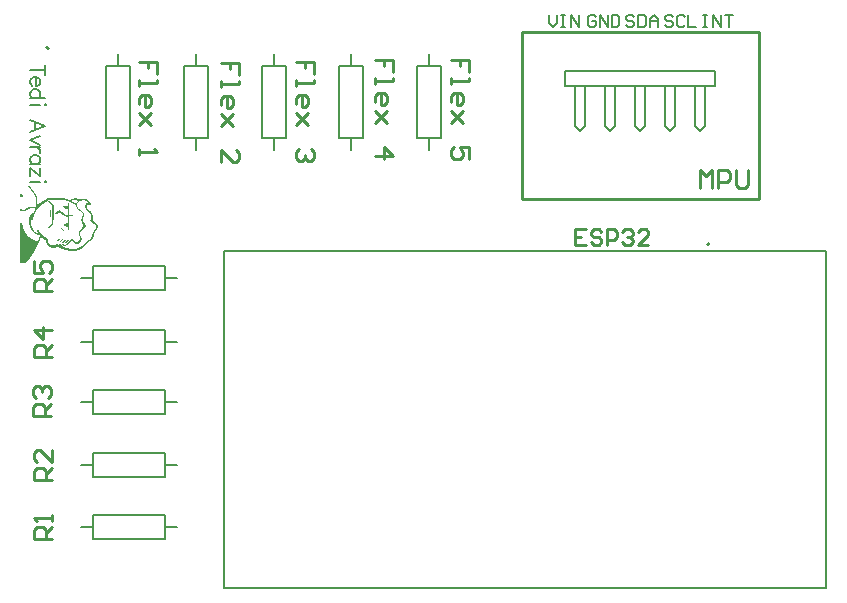
<source format=gto>
G04 Layer_Color=65535*
%FSLAX25Y25*%
%MOIN*%
G70*
G01*
G75*
%ADD11C,0.01000*%
%ADD21C,0.00787*%
%ADD22C,0.00500*%
G36*
X216321Y350625D02*
X216381Y350579D01*
X216391Y350569D01*
X216398Y350556D01*
X216418Y350536D01*
X216424Y350522D01*
X216464Y350483D01*
X216471Y350469D01*
X216511Y350430D01*
X216537Y350383D01*
X216584Y350337D01*
X216590Y350323D01*
X216620Y350287D01*
X216637Y350270D01*
X216670Y350211D01*
X216703Y350177D01*
X216729Y350131D01*
X216753Y350114D01*
X216776Y350091D01*
X216783Y350078D01*
X216799Y350061D01*
X216812Y350055D01*
X216842Y350025D01*
X216849Y350012D01*
X216902Y349958D01*
X216909Y349945D01*
X216922Y349932D01*
X216929Y349919D01*
X216975Y349872D01*
X216982Y349859D01*
X217021Y349819D01*
X217028Y349806D01*
X217041Y349793D01*
X217048Y349779D01*
X217081Y349746D01*
X217088Y349733D01*
X217124Y349683D01*
X217138Y349676D01*
X217161Y349653D01*
X217167Y349640D01*
X217214Y349594D01*
X217234Y349560D01*
X217273Y349521D01*
X217280Y349507D01*
X217310Y349471D01*
X217327Y349454D01*
X217333Y349441D01*
X217360Y349401D01*
X217366Y349388D01*
X217413Y349342D01*
X217433Y349308D01*
X217479Y349262D01*
X217499Y349229D01*
X217526Y349202D01*
X217532Y349189D01*
X217559Y349143D01*
X217572Y349129D01*
X217579Y349116D01*
X217599Y349096D01*
X217618Y349063D01*
X217652Y349030D01*
X217658Y349016D01*
X217685Y348970D01*
X217705Y348950D01*
X217711Y348937D01*
X217745Y348877D01*
X217761Y348854D01*
X217774Y348847D01*
X217784Y348837D01*
X217791Y348824D01*
X217824Y348778D01*
X217844Y348758D01*
X217877Y348698D01*
X217907Y348661D01*
X217937Y348605D01*
X217970Y348572D01*
X217977Y348559D01*
X218010Y348499D01*
X218023Y348486D01*
X218030Y348472D01*
X218063Y348413D01*
X218080Y348389D01*
X218090Y348386D01*
X218096Y348373D01*
X218136Y348300D01*
X218156Y348280D01*
X218162Y348267D01*
X218202Y348194D01*
X218222Y348174D01*
X218269Y348088D01*
X218295Y348061D01*
X218335Y347988D01*
X218348Y347975D01*
X218368Y347928D01*
X218388Y347895D01*
X218421Y347862D01*
X218448Y347789D01*
X218481Y347756D01*
X218508Y347696D01*
X218514Y347683D01*
X218544Y347646D01*
X218561Y347610D01*
X218594Y347550D01*
X218607Y347537D01*
X218624Y347494D01*
X218637Y347461D01*
X218680Y347417D01*
X218690Y347381D01*
X218697Y347355D01*
X218713Y347331D01*
X218733Y347311D01*
X218746Y347278D01*
X218766Y347225D01*
X218796Y347189D01*
X218806Y347179D01*
X218813Y347152D01*
X218859Y347053D01*
X218866Y347026D01*
X218876Y346625D01*
X218882Y346386D01*
X218889Y346359D01*
X218899Y346323D01*
X218906Y346296D01*
X218912Y346177D01*
X218919Y346157D01*
X218925Y346130D01*
X218932Y346044D01*
X218939Y345759D01*
X218945Y345553D01*
X218972Y345494D01*
X218979Y345381D01*
X218985Y345361D01*
X218992Y345314D01*
X218999Y345069D01*
X219005Y345042D01*
X219012Y344870D01*
X219018Y344850D01*
X219032Y344804D01*
X219045Y344750D01*
X219058Y344658D01*
X219065Y344472D01*
X219072Y344359D01*
X219078Y344339D01*
X219091Y344306D01*
X219108Y344283D01*
X219138Y344279D01*
X219161Y344289D01*
X219244Y344352D01*
X219264Y344372D01*
X219267Y344382D01*
X219280Y344389D01*
X219340Y344449D01*
X219353Y344455D01*
X219383Y344479D01*
X219390Y344492D01*
X219413Y344515D01*
X219426Y344522D01*
X219440Y344535D01*
X219453Y344542D01*
X219493Y344581D01*
X219506Y344588D01*
X219529Y344611D01*
X219532Y344621D01*
X219546Y344628D01*
X219559Y344641D01*
X219605Y344668D01*
X219692Y344754D01*
X219705Y344760D01*
X219761Y344804D01*
X219768Y344817D01*
X219778Y344827D01*
X219791Y344833D01*
X219828Y344863D01*
X219864Y344900D01*
X219878Y344906D01*
X219914Y344936D01*
X219924Y344946D01*
X219937Y344953D01*
X219984Y344986D01*
X219997Y344993D01*
X220077Y345072D01*
X220090Y345079D01*
X220149Y345125D01*
X220176Y345152D01*
X220189Y345159D01*
X220236Y345192D01*
X220249Y345205D01*
X220262Y345212D01*
X220309Y345238D01*
X220342Y345271D01*
X220355Y345278D01*
X220402Y345311D01*
X220422Y345331D01*
X220435Y345338D01*
X220508Y345377D01*
X220521Y345391D01*
X220534Y345397D01*
X220581Y345424D01*
X220597Y345434D01*
X220604Y345447D01*
X220614Y345457D01*
X220627Y345464D01*
X220660Y345477D01*
X220707Y345503D01*
X220733Y345530D01*
X220793Y345563D01*
X220806Y345577D01*
X220820Y345583D01*
X220866Y345603D01*
X220913Y345630D01*
X220939Y345656D01*
X220975Y345666D01*
X221009Y345673D01*
X221048Y345706D01*
X221078Y345722D01*
X221131Y345736D01*
X221165Y345756D01*
X221184Y345776D01*
X221218Y345789D01*
X221274Y345799D01*
X221297Y345815D01*
X221317Y345835D01*
X221330Y345842D01*
X221364Y345855D01*
X221400Y345865D01*
X221410Y345875D01*
X221423Y345882D01*
X221440Y345905D01*
X221533Y345951D01*
X221549Y345968D01*
X221563Y345974D01*
X221626Y346018D01*
X221629Y346028D01*
X221642Y346034D01*
X221689Y346061D01*
X221725Y346091D01*
X221765Y346117D01*
X221788Y346134D01*
X221828Y346174D01*
X221841Y346180D01*
X221878Y346210D01*
X221908Y346240D01*
X221921Y346247D01*
X221957Y346276D01*
X221967Y346286D01*
X221981Y346293D01*
X221994Y346306D01*
X222007Y346313D01*
X222044Y346343D01*
X222060Y346359D01*
X222074Y346366D01*
X222110Y346396D01*
X222140Y346426D01*
X222153Y346432D01*
X222190Y346462D01*
X222219Y346492D01*
X222233Y346499D01*
X222292Y346545D01*
X222339Y346572D01*
X222375Y346602D01*
X222385Y346611D01*
X222458Y346651D01*
X222478Y346671D01*
X222525Y346684D01*
X222561Y346694D01*
X222611Y346724D01*
X222684Y346731D01*
X222704Y346738D01*
X222730Y346744D01*
X222830Y346738D01*
X222850Y346731D01*
X222896Y346724D01*
X222933Y346714D01*
X222966Y346701D01*
X222992Y346694D01*
X223112Y346688D01*
X223165Y346681D01*
X223205Y346674D01*
X223231Y346668D01*
X223288Y346638D01*
X223341Y346625D01*
X223493Y346618D01*
X223513Y346611D01*
X223576Y346602D01*
X223613Y346591D01*
X223818Y346598D01*
X223838Y346605D01*
X223865Y346611D01*
X223931Y346618D01*
X224097Y346625D01*
X224157Y346631D01*
X224217Y346658D01*
X224283Y346665D01*
X224303Y346671D01*
X224329Y346678D01*
X224615Y346684D01*
X224767Y346691D01*
X224787Y346698D01*
X224820Y346711D01*
X224847Y346718D01*
X225006Y346724D01*
X225026Y346731D01*
X225072Y346738D01*
X225159Y346744D01*
X225812Y346747D01*
X226243Y346741D01*
X226276Y346727D01*
X226303Y346721D01*
X226489Y346714D01*
X226545Y346691D01*
X226572Y346684D01*
X226937Y346678D01*
X226957Y346671D01*
X227010Y346658D01*
X227063Y346651D01*
X227122Y346625D01*
X227361Y346618D01*
X227381Y346611D01*
X227418Y346602D01*
X227474Y346585D01*
X227554Y346565D01*
X227676Y346555D01*
X227710Y346548D01*
X227736Y346542D01*
X227779Y346525D01*
X227812Y346512D01*
X227865Y346499D01*
X227972Y346492D01*
X228018Y346485D01*
X228071Y346465D01*
X228117Y346439D01*
X228144Y346432D01*
X228257Y346426D01*
X228277Y346419D01*
X228376Y346373D01*
X228443Y346366D01*
X228506Y346356D01*
X228559Y346323D01*
X228589Y346313D01*
X228615Y346306D01*
X228695Y346300D01*
X228768Y346260D01*
X228801Y346247D01*
X228864Y346237D01*
X228917Y346223D01*
X228973Y346194D01*
X229020Y346180D01*
X229076Y346170D01*
X229129Y346137D01*
X229172Y346121D01*
X229219Y346114D01*
X229262Y346097D01*
X229278Y346081D01*
X229292Y346074D01*
X229338Y346054D01*
X229388Y346044D01*
X229421Y346031D01*
X229444Y346014D01*
X229491Y345994D01*
X229517Y345988D01*
X229554Y345978D01*
X229594Y345951D01*
X229604Y345941D01*
X229637Y345928D01*
X229663Y345921D01*
X229703Y345915D01*
X229750Y345888D01*
X229763Y345875D01*
X229809Y345862D01*
X229856D01*
X229909Y345868D01*
X229929Y345875D01*
X229975Y345895D01*
X230008Y345908D01*
X230055Y345921D01*
X230141Y345928D01*
X230227Y345968D01*
X230254Y345974D01*
X230294Y345981D01*
X230330Y346011D01*
X230337Y346091D01*
X230353Y346107D01*
X230396Y346124D01*
X230420Y346140D01*
X230459Y346167D01*
X230562Y346190D01*
X230572Y346200D01*
X230586Y346207D01*
X230605Y346227D01*
X230639Y346240D01*
X230692Y346247D01*
X230725Y346266D01*
X230765Y346293D01*
X230808Y346303D01*
X230871Y346313D01*
X230917Y346339D01*
X230964Y346359D01*
X230990Y346366D01*
X231070Y346373D01*
X231116Y346399D01*
X231176Y346426D01*
X231342Y346439D01*
X231401Y346465D01*
X231435Y346479D01*
X231521Y346485D01*
X231547Y346492D01*
X231733Y346499D01*
X232018Y346492D01*
X232038Y346485D01*
X232098Y346479D01*
X232184Y346439D01*
X232251Y346432D01*
X232324Y346426D01*
X232370Y346399D01*
X232403Y346379D01*
X232450Y346373D01*
X232476Y346366D01*
X232523Y346359D01*
X232596Y346313D01*
X232659Y346303D01*
X232692Y346290D01*
X232722Y346260D01*
X232755Y346247D01*
X232798Y346237D01*
X232831Y346223D01*
X232855Y346207D01*
X232888Y346187D01*
X232941Y346174D01*
X232984Y346157D01*
X233014Y346127D01*
X233047Y346114D01*
X233083Y346104D01*
X233117Y346091D01*
X233126Y346081D01*
X233140Y346074D01*
X233200Y346047D01*
X233246Y346041D01*
X233272Y346034D01*
X233349Y346044D01*
X233428Y346058D01*
X233461Y346071D01*
X233478Y346087D01*
X233511Y346101D01*
X233538Y346107D01*
X233644Y346121D01*
X233657Y346134D01*
X233670Y346140D01*
X233704Y346160D01*
X233730Y346167D01*
X233777Y346174D01*
X233870Y346180D01*
X233969Y346227D01*
X233996Y346233D01*
X234062Y346240D01*
X234148Y346247D01*
X234195Y346266D01*
X234241Y346273D01*
X234278Y346283D01*
X234307Y346293D01*
X234334Y346300D01*
X234619Y346306D01*
X234898Y346300D01*
X234918Y346293D01*
X234954Y346283D01*
X234987Y346270D01*
X235031Y346253D01*
X235077Y346247D01*
X235143Y346240D01*
X235183Y346233D01*
X235246Y346190D01*
X235283Y346180D01*
X235352Y346164D01*
X235402Y346127D01*
X235449Y346114D01*
X235485Y346104D01*
X235508Y346094D01*
X235555Y346061D01*
X235638Y346031D01*
X235648Y346021D01*
X235661Y346014D01*
X235674Y346001D01*
X235707Y345988D01*
X235767Y345955D01*
X235787Y345935D01*
X235833Y345915D01*
X235847Y345908D01*
X235870Y345892D01*
X235876Y345878D01*
X235926Y345848D01*
X235940Y345842D01*
X235973Y345809D01*
X235986Y345802D01*
X236006Y345782D01*
X236019Y345776D01*
X236059Y345736D01*
X236105Y345709D01*
X236158Y345656D01*
X236172Y345649D01*
X236211Y345610D01*
X236225Y345603D01*
X236261Y345573D01*
X236268Y345560D01*
X236298Y345530D01*
X236311Y345523D01*
X236338Y345484D01*
X236354Y345460D01*
X236440Y345374D01*
X236447Y345361D01*
X236493Y345301D01*
X236513Y345281D01*
X236540Y345235D01*
X236573Y345202D01*
X236600Y345155D01*
X236633Y345122D01*
X236646Y345089D01*
X236673Y345042D01*
X236699Y345016D01*
X236726Y344969D01*
X236736Y344953D01*
X236749Y344946D01*
X236766Y344910D01*
X236782Y344867D01*
X236799Y344843D01*
X236819Y344824D01*
X236839Y344777D01*
X236845Y344750D01*
X236875Y344714D01*
X236885Y344704D01*
X236905Y344658D01*
X236931Y344611D01*
X236958Y344551D01*
X236965Y344525D01*
X236981Y344482D01*
X236998Y344465D01*
X237004Y344452D01*
X237018Y344439D01*
X237028Y344395D01*
X237041Y344362D01*
X237074Y344309D01*
X237084Y344273D01*
X237094Y344210D01*
X237097Y344173D01*
X237081Y344157D01*
X237054Y344150D01*
X237014Y344157D01*
X236994Y344177D01*
X236981Y344183D01*
X236935Y344203D01*
X236868Y344210D01*
X236842Y344216D01*
X236795Y344243D01*
X236736Y344269D01*
X236673Y344279D01*
X236619Y344313D01*
X236563Y344329D01*
X236507Y344339D01*
X236473Y344352D01*
X236464Y344362D01*
X236417Y344382D01*
X236364Y344395D01*
X236324Y344402D01*
X236238Y344442D01*
X236185Y344455D01*
X236109Y344472D01*
X236075Y344485D01*
X236049Y344492D01*
X235999Y344495D01*
X235979Y344488D01*
X235936Y344472D01*
X235910Y344465D01*
X235876Y344459D01*
X235850Y344452D01*
X235813Y344429D01*
X235800Y344415D01*
X235787Y344409D01*
X235714Y344369D01*
X235697Y344352D01*
X235691Y344339D01*
X235661Y344303D01*
X235644Y344279D01*
X235618Y344240D01*
X235598Y344206D01*
X235571Y344180D01*
X235558Y344127D01*
X235548Y344077D01*
X235522Y344037D01*
X235505Y344007D01*
X235498Y343981D01*
X235492Y343895D01*
X235485Y343729D01*
X235492Y343470D01*
X235498Y343450D01*
X235505Y343377D01*
X235551Y343304D01*
X235558Y343278D01*
X235578Y343225D01*
X235624Y343158D01*
X235631Y343132D01*
X235684Y343052D01*
X235711Y343006D01*
X235750Y342966D01*
X235757Y342952D01*
X235817Y342893D01*
X235823Y342880D01*
X235853Y342843D01*
X235953Y342744D01*
X235966Y342737D01*
X236019Y342684D01*
X236032Y342677D01*
X236069Y342647D01*
X236075Y342634D01*
X236099Y342611D01*
X236112Y342604D01*
X236149Y342574D01*
X236178Y342545D01*
X236192Y342538D01*
X236238Y342491D01*
X236251Y342485D01*
X236278Y342458D01*
X236291Y342452D01*
X236318Y342425D01*
X236364Y342399D01*
X236391Y342372D01*
X236404Y342365D01*
X236440Y342336D01*
X236484Y342292D01*
X236497Y342286D01*
X236510Y342272D01*
X236523Y342266D01*
X236540Y342243D01*
X236580Y342216D01*
X236616Y342180D01*
X236630Y342173D01*
X236656Y342146D01*
X236669Y342140D01*
X236709Y342100D01*
X236722Y342093D01*
X236759Y342063D01*
X236772Y342050D01*
X236779Y342037D01*
X236819Y342004D01*
X236832Y341990D01*
X236839Y341977D01*
X236862Y341961D01*
X236885Y341937D01*
X236892Y341924D01*
X236905Y341911D01*
X236911Y341898D01*
X236938Y341871D01*
X236945Y341858D01*
X236978Y341825D01*
X236984Y341811D01*
X237018Y341778D01*
X237044Y341732D01*
X237077Y341699D01*
X237091Y341666D01*
X237124Y341606D01*
X237137Y341593D01*
X237157Y341546D01*
X237183Y341500D01*
X237197Y341486D01*
X237217Y341440D01*
X237227Y341390D01*
X237240Y341357D01*
X237270Y341327D01*
X237283Y341281D01*
X237296Y341221D01*
X237329Y341175D01*
X237343Y341121D01*
X237349Y341029D01*
X237363Y340995D01*
X237383Y340949D01*
X237396Y340896D01*
X237402Y340849D01*
X237409Y340783D01*
X237416Y340577D01*
X237436Y340531D01*
X237442Y340504D01*
X237436Y340438D01*
X237442Y340339D01*
X237456Y340305D01*
X237462Y340279D01*
X237472Y339599D01*
X237482Y339536D01*
X237489Y339516D01*
X237495Y339489D01*
X237505Y339440D01*
X237522Y339403D01*
X237528Y339357D01*
X237538Y339241D01*
X237545Y339214D01*
X237562Y339171D01*
X237588Y339111D01*
X237595Y339085D01*
X237608Y339025D01*
X237638Y338988D01*
X237668Y338959D01*
X237674Y338945D01*
X237727Y338892D01*
X237734Y338879D01*
X237757Y338849D01*
X237771Y338843D01*
X237794Y338819D01*
X237800Y338806D01*
X237817Y338789D01*
X237830Y338783D01*
X237847Y338766D01*
X237854Y338753D01*
X238009Y338597D01*
X238023Y338590D01*
X238053Y338567D01*
X238059Y338554D01*
X238069Y338544D01*
X238082Y338537D01*
X238119Y338501D01*
X238125Y338488D01*
X238136Y338478D01*
X238149Y338471D01*
X238209Y338424D01*
X238341Y338292D01*
X238354Y338285D01*
X238411Y338249D01*
X238417Y338235D01*
X238587Y338066D01*
X238597Y338063D01*
X238603Y338050D01*
X238689Y337964D01*
X238696Y337950D01*
X238742Y337904D01*
X238749Y337891D01*
X238779Y337854D01*
X238796Y337837D01*
X238802Y337824D01*
X238849Y337764D01*
X238869Y337744D01*
X238889Y337711D01*
X238928Y337671D01*
X238942Y337638D01*
X238968Y337592D01*
X238981Y337579D01*
X238988Y337565D01*
X239001Y337532D01*
X239008Y337506D01*
X239034Y337459D01*
X239054Y337439D01*
X239068Y337386D01*
X239078Y337350D01*
X239101Y337313D01*
X239121Y337267D01*
X239127Y337200D01*
X239121Y336763D01*
X239114Y336743D01*
X239101Y336709D01*
X239074Y336650D01*
X239068Y336603D01*
X239061Y336577D01*
X239054Y336530D01*
X239008Y336457D01*
X238998Y336421D01*
X238978Y336368D01*
X238951Y336328D01*
X238935Y336285D01*
X238908Y336239D01*
X238882Y336212D01*
X238855Y336139D01*
X238825Y336103D01*
X238815Y336092D01*
X238776Y336020D01*
X238762Y336006D01*
X238756Y335993D01*
X238729Y335947D01*
X238699Y335910D01*
X238683Y335894D01*
X238663Y335860D01*
X238636Y335834D01*
X238630Y335821D01*
X238597Y335774D01*
X238590Y335761D01*
X238563Y335734D01*
X238557Y335721D01*
X238527Y335678D01*
X238514Y335671D01*
X238497Y335655D01*
X238490Y335641D01*
X238461Y335605D01*
X238424Y335568D01*
X238417Y335555D01*
X238388Y335519D01*
X238371Y335502D01*
X238345Y335456D01*
X238318Y335429D01*
X238311Y335416D01*
X238298Y335403D01*
X238291Y335389D01*
X238262Y335353D01*
X238248Y335346D01*
X238232Y335323D01*
X238202Y335286D01*
X238172Y335257D01*
X238152Y335223D01*
X238125Y335197D01*
X238119Y335184D01*
X238056Y335101D01*
X238009Y335028D01*
X237986Y334971D01*
X237980Y334945D01*
X237966Y334885D01*
X237940Y334845D01*
X237933Y334832D01*
X237927Y334812D01*
X237920Y334786D01*
X237913Y334686D01*
X237907Y334666D01*
X237900Y334640D01*
X237873Y334580D01*
X237860Y334527D01*
X237854Y334460D01*
X237847Y334348D01*
X237840Y334328D01*
X237827Y334281D01*
X237804Y334218D01*
X237794Y334189D01*
X237787Y334142D01*
X237780Y333956D01*
X237774Y333936D01*
X237764Y333887D01*
X237751Y333853D01*
X237734Y333797D01*
X237727Y333731D01*
X237721Y333625D01*
X237714Y333605D01*
X237691Y333542D01*
X237674Y333505D01*
X237661Y333452D01*
X237654Y333372D01*
X237628Y333326D01*
X237601Y333266D01*
X237592Y333210D01*
X237578Y333177D01*
X237562Y333154D01*
X237535Y333094D01*
X237528Y333067D01*
X237482Y333001D01*
X237449Y332941D01*
X237439Y332931D01*
X237426Y332925D01*
X237396Y332895D01*
X237389Y332881D01*
X237379Y332872D01*
X237366Y332865D01*
X237336Y332835D01*
X237329Y332822D01*
X237313Y332805D01*
X237299Y332799D01*
X237240Y332739D01*
X237227Y332732D01*
X237190Y332702D01*
X237174Y332686D01*
X237101Y332646D01*
X237074Y332619D01*
X237014Y332586D01*
X236988Y332560D01*
X236921Y332533D01*
X236888Y332500D01*
X236875Y332493D01*
X236802Y332454D01*
X236789Y332440D01*
X236702Y332394D01*
X236683Y332374D01*
X236636Y332361D01*
X236593Y332344D01*
X236573Y332324D01*
X236566Y332311D01*
X236537Y332294D01*
X236493Y332278D01*
X236470Y332261D01*
X236430Y332235D01*
X236367Y332211D01*
X236357Y332202D01*
X236344Y332195D01*
X236331Y332182D01*
X236258Y332142D01*
X236225Y332109D01*
X236188Y332099D01*
X236135Y332066D01*
X236112Y332042D01*
X236069Y332026D01*
X236046Y332009D01*
X236032Y331996D01*
X236019Y331989D01*
X236006Y331976D01*
X235959Y331949D01*
X235933Y331923D01*
X235920Y331916D01*
X235863Y331873D01*
X235857Y331860D01*
X235817Y331833D01*
X235793Y331817D01*
X235651Y331674D01*
X235644Y331661D01*
X235624Y331641D01*
X235618Y331628D01*
X235588Y331591D01*
X235578Y331581D01*
X235571Y331568D01*
X235558Y331535D01*
X235531Y331488D01*
X235512Y331468D01*
X235472Y331395D01*
X235445Y331369D01*
X235405Y331296D01*
X235379Y331269D01*
X235372Y331256D01*
X235329Y331193D01*
X235313Y331176D01*
X235296Y331133D01*
X235273Y331097D01*
X235253Y331077D01*
X235226Y331031D01*
X235187Y330991D01*
X235160Y330944D01*
X235140Y330924D01*
X235133Y330911D01*
X235120Y330898D01*
X235114Y330885D01*
X235084Y330848D01*
X235074Y330838D01*
X235067Y330825D01*
X235054Y330812D01*
X235047Y330798D01*
X235017Y330762D01*
X234987Y330732D01*
X234981Y330719D01*
X234951Y330689D01*
X234938Y330682D01*
X234928Y330672D01*
X234921Y330659D01*
X234861Y330599D01*
X234855Y330586D01*
X234832Y330556D01*
X234818Y330550D01*
X234772Y330530D01*
X234745Y330523D01*
X234702Y330513D01*
X234666Y330490D01*
X234656Y330480D01*
X234649Y330467D01*
X234639Y330457D01*
X234626Y330450D01*
X234613Y330437D01*
X234599Y330430D01*
X234500Y330330D01*
X234487Y330324D01*
X234430Y330287D01*
X234423Y330274D01*
X234407Y330258D01*
X234394Y330251D01*
X234380Y330238D01*
X234367Y330231D01*
X234321Y330185D01*
X234307Y330178D01*
X234261Y330132D01*
X234248Y330125D01*
X234161Y330065D01*
X234115Y330039D01*
X234082Y330006D01*
X234049Y329986D01*
X234002Y329939D01*
X233943Y329906D01*
X233929Y329893D01*
X233856Y329853D01*
X233823Y329820D01*
X233810Y329813D01*
X233750Y329780D01*
X233730Y329760D01*
X233684Y329740D01*
X233670Y329733D01*
X233634Y329704D01*
X233624Y329694D01*
X233561Y329670D01*
X233528Y329650D01*
X233524Y329641D01*
X233511Y329634D01*
X233412Y329581D01*
X233399Y329568D01*
X233316Y329538D01*
X233306Y329528D01*
X233292Y329521D01*
X233279Y329508D01*
X233246Y329495D01*
X233183Y329471D01*
X233173Y329461D01*
X233160Y329455D01*
X233146Y329441D01*
X233113Y329428D01*
X233077Y329418D01*
X233024Y329385D01*
X233014Y329375D01*
X232977Y329365D01*
X232944Y329359D01*
X232901Y329342D01*
X232855Y329309D01*
X232798Y329299D01*
X232765Y329292D01*
X232712Y329259D01*
X232669Y329242D01*
X232582Y329229D01*
X232543Y329203D01*
X232529Y329196D01*
X232496Y329183D01*
X232450Y329176D01*
X232390Y329163D01*
X232337Y329130D01*
X232284Y329116D01*
X232178Y329103D01*
X232078Y329057D01*
X232032Y329050D01*
X231916Y329040D01*
X231863Y329020D01*
X231820Y329004D01*
X231773Y328997D01*
X231747Y328990D01*
X231680Y328984D01*
X231554Y328977D01*
X231508Y328957D01*
X231435Y328951D01*
X231388Y328931D01*
X231222Y328924D01*
X231203Y328917D01*
X230473Y328924D01*
X230453Y328931D01*
X230353Y328937D01*
X230320Y328951D01*
X230274Y328957D01*
X230141Y328964D01*
X230121Y328971D01*
X230095Y328977D01*
X230028Y328984D01*
X229690Y328990D01*
X229670Y328997D01*
X229570Y329004D01*
X229537Y329017D01*
X229478Y329024D01*
X229431Y329044D01*
X229358Y329050D01*
X229338Y329044D01*
X229318Y329050D01*
X229192Y329057D01*
X229172Y329063D01*
X229129Y329073D01*
X229086Y329090D01*
X229040Y329103D01*
X228993Y329110D01*
X228847Y329116D01*
X228827Y329123D01*
X228728Y329170D01*
X228598Y329180D01*
X228559Y329186D01*
X228482Y329223D01*
X228456Y329229D01*
X228409Y329236D01*
X228343Y329242D01*
X228323Y329249D01*
X228224Y329296D01*
X228137Y329302D01*
X228101Y329312D01*
X228018Y329355D01*
X227972Y329362D01*
X227912Y329369D01*
X227852Y329402D01*
X227819Y329415D01*
X227792Y329422D01*
X227746Y329428D01*
X227710Y329438D01*
X227656Y329471D01*
X227626Y329481D01*
X227573Y329495D01*
X227527Y329501D01*
X227467Y329534D01*
X227434Y329548D01*
X227408Y329554D01*
X227338Y329571D01*
X227255Y329614D01*
X227199Y329624D01*
X227166Y329637D01*
X227122Y329667D01*
X227076Y329680D01*
X227006Y329697D01*
X226983Y329714D01*
X226970Y329727D01*
X226937Y329740D01*
X226910Y329747D01*
X226860Y329757D01*
X226837Y329767D01*
X226797Y329793D01*
X226764Y329806D01*
X226721Y329816D01*
X226688Y329830D01*
X226678Y329840D01*
X226665Y329846D01*
X226605Y329873D01*
X226555Y329883D01*
X226519Y329906D01*
X226505Y329919D01*
X226472Y329932D01*
X226393Y329952D01*
X226353Y329979D01*
X226306Y329999D01*
X226263Y330009D01*
X226240Y330019D01*
X226203Y330049D01*
X226167Y330065D01*
X226114Y330072D01*
X226077Y330102D01*
X226061Y330118D01*
X226034Y330125D01*
X225965Y330141D01*
X225935Y330171D01*
X225902Y330185D01*
X225875Y330191D01*
X225842Y330205D01*
X225805Y330234D01*
X225769Y330251D01*
X225699Y330268D01*
X225649Y330304D01*
X225616Y330317D01*
X225590Y330324D01*
X225530Y330350D01*
X225503Y330344D01*
X225430Y330304D01*
X225394Y330274D01*
X225358Y330258D01*
X225311Y330231D01*
X225285Y330205D01*
X225251Y330191D01*
X225215Y330181D01*
X225192Y330165D01*
X225172Y330145D01*
X225139Y330132D01*
X225076Y330108D01*
X225052Y330092D01*
X225006Y330072D01*
X224979Y330065D01*
X224913Y330059D01*
X224814Y330012D01*
X224787Y330006D01*
X224668Y329999D01*
X224648Y329992D01*
X224565Y329976D01*
X224512Y329962D01*
X224479Y329956D01*
X224144Y329952D01*
X224124Y329959D01*
X224057Y329979D01*
X223997Y329986D01*
X223978Y329992D01*
X223951Y329999D01*
X223905Y330006D01*
X223772Y330012D01*
X223686Y330052D01*
X223643Y330062D01*
X223589Y330068D01*
X223563Y330075D01*
X223523Y330102D01*
X223513Y330112D01*
X223467Y330125D01*
X223440Y330132D01*
X223391Y330141D01*
X223351Y330168D01*
X223341Y330178D01*
X223307Y330191D01*
X223281Y330198D01*
X223221Y330231D01*
X223208Y330244D01*
X223175Y330258D01*
X223132Y330274D01*
X223122Y330284D01*
X223109Y330291D01*
X223069Y330317D01*
X223042Y330324D01*
X223029Y330337D01*
X223016Y330344D01*
X223009Y330357D01*
X222996Y330364D01*
X222923Y330403D01*
X222903Y330423D01*
X222890Y330430D01*
X222876Y330443D01*
X222843Y330463D01*
X222803Y330503D01*
X222790Y330510D01*
X222777Y330523D01*
X222763Y330530D01*
X222747Y330553D01*
X222724Y330569D01*
X222687Y330599D01*
X222584Y330702D01*
X222571Y330709D01*
X222561Y330719D01*
X222554Y330732D01*
X222538Y330749D01*
X222525Y330755D01*
X222495Y330785D01*
X222488Y330798D01*
X222448Y330838D01*
X222428Y330871D01*
X222389Y330911D01*
X222382Y330924D01*
X222349Y330971D01*
X222329Y330991D01*
X222296Y331050D01*
X222283Y331064D01*
X222276Y331077D01*
X222263Y331090D01*
X222246Y331133D01*
X222229Y331156D01*
X222216Y331170D01*
X222210Y331183D01*
X222190Y331229D01*
X222183Y331256D01*
X222150Y331302D01*
X222130Y331349D01*
X222120Y331405D01*
X222107Y331438D01*
X222090Y331455D01*
X222083Y331468D01*
X222070Y331502D01*
X222064Y331528D01*
X222057Y331594D01*
X222050Y331614D01*
X222017Y331687D01*
X222004Y331734D01*
X221994Y331837D01*
X221981Y331890D01*
X221964Y331946D01*
X221951Y331993D01*
X221944Y332019D01*
X221937Y332085D01*
X221931Y332178D01*
X221898Y332238D01*
X221845Y332337D01*
X221835Y332347D01*
X221821Y332354D01*
X221798Y332377D01*
X221792Y332390D01*
X221775Y332407D01*
X221728Y332434D01*
X221692Y332464D01*
X221675Y332480D01*
X221662Y332487D01*
X221609Y332540D01*
X221596Y332546D01*
X221583Y332560D01*
X221569Y332566D01*
X221536Y332599D01*
X221523Y332606D01*
X221510Y332619D01*
X221496Y332626D01*
X221480Y332649D01*
X221463Y332666D01*
X221450Y332673D01*
X221413Y332702D01*
X221397Y332719D01*
X221384Y332726D01*
X221324Y332772D01*
X221251Y332845D01*
X221238Y332852D01*
X221178Y332898D01*
X221145Y332931D01*
X221131Y332938D01*
X221078Y332991D01*
X221065Y332998D01*
X221019Y333044D01*
X221005Y333051D01*
X220992Y333064D01*
X220979Y333071D01*
X220969Y333081D01*
X220962Y333094D01*
X220952Y333104D01*
X220939Y333110D01*
X220876Y333154D01*
X220859Y333170D01*
X220846Y333177D01*
X220796Y333213D01*
X220790Y333226D01*
X220780Y333236D01*
X220767Y333243D01*
X220730Y333273D01*
X220694Y333309D01*
X220680Y333316D01*
X220644Y333346D01*
X220627Y333363D01*
X220567Y333396D01*
X220548Y333416D01*
X220534Y333422D01*
X220521Y333436D01*
X220488Y333455D01*
X220448Y333495D01*
X220435Y333502D01*
X220398Y333532D01*
X220382Y333548D01*
X220335Y333568D01*
X220302Y333588D01*
X220286Y333611D01*
X220269Y333628D01*
X220222Y333621D01*
X220206Y333585D01*
X220199Y333545D01*
X220173Y333499D01*
X220160Y333465D01*
X220153Y333439D01*
X220146Y333392D01*
X220140Y333366D01*
X220093Y333266D01*
X220087Y333240D01*
X220077Y333183D01*
X220043Y333130D01*
X220027Y333094D01*
X220010Y332991D01*
X219997Y332958D01*
X219967Y332908D01*
X219960Y332862D01*
X219954Y332835D01*
X219944Y332799D01*
X219911Y332746D01*
X219894Y332702D01*
X219887Y332643D01*
X219858Y332606D01*
X219841Y332576D01*
X219828Y332523D01*
X219818Y332473D01*
X219791Y332434D01*
X219775Y332397D01*
X219768Y332371D01*
X219758Y332321D01*
X219725Y332268D01*
X219708Y332231D01*
X219692Y332162D01*
X219669Y332125D01*
X219642Y332085D01*
X219632Y332022D01*
X219625Y331996D01*
X219616Y331986D01*
X219609Y331973D01*
X219589Y331953D01*
X219579Y331916D01*
X219566Y331863D01*
X219532Y331810D01*
X219516Y331773D01*
X219509Y331747D01*
X219499Y331711D01*
X219473Y331671D01*
X219463Y331661D01*
X219450Y331628D01*
X219436Y331575D01*
X219390Y331502D01*
X219380Y331458D01*
X219370Y331435D01*
X219340Y331399D01*
X219324Y331362D01*
X219314Y331319D01*
X219304Y331296D01*
X219290Y331283D01*
X219284Y331269D01*
X219270Y331256D01*
X219257Y331210D01*
X219231Y331163D01*
X219211Y331143D01*
X219204Y331130D01*
X219191Y331097D01*
X219174Y331054D01*
X219158Y331037D01*
X219151Y331024D01*
X219138Y331011D01*
X219115Y330948D01*
X219098Y330931D01*
X219091Y330918D01*
X219065Y330858D01*
X219055Y330815D01*
X219018Y330765D01*
X219005Y330732D01*
X218999Y330705D01*
X218972Y330659D01*
X218959Y330646D01*
X218945Y330612D01*
X218939Y330586D01*
X218929Y330550D01*
X218919Y330526D01*
X218892Y330500D01*
X218879Y330467D01*
X218869Y330430D01*
X218859Y330407D01*
X218829Y330370D01*
X218813Y330327D01*
X218806Y330301D01*
X218786Y330268D01*
X218773Y330254D01*
X218766Y330241D01*
X218753Y330208D01*
X218740Y330155D01*
X218710Y330118D01*
X218700Y330108D01*
X218687Y330062D01*
X218670Y330019D01*
X218634Y329982D01*
X218614Y329916D01*
X218594Y329883D01*
X218574Y329863D01*
X218561Y329830D01*
X218551Y329793D01*
X218541Y329770D01*
X218511Y329733D01*
X218494Y329690D01*
X218488Y329664D01*
X218468Y329631D01*
X218455Y329617D01*
X218448Y329604D01*
X218401Y329518D01*
X218375Y329478D01*
X218345Y329395D01*
X218322Y329372D01*
X218315Y329359D01*
X218295Y329312D01*
X218289Y329299D01*
X218255Y329252D01*
X218249Y329239D01*
X218209Y329166D01*
X218196Y329153D01*
X218176Y329106D01*
X218143Y329047D01*
X218123Y329027D01*
X218099Y328964D01*
X218090Y328954D01*
X218083Y328941D01*
X218063Y328921D01*
X218043Y328874D01*
X218017Y328828D01*
X218003Y328815D01*
X217997Y328801D01*
X217964Y328742D01*
X217937Y328715D01*
X217930Y328702D01*
X217917Y328669D01*
X217910Y328642D01*
X217881Y328606D01*
X217864Y328589D01*
X217851Y328556D01*
X217831Y328523D01*
X217798Y328476D01*
X217781Y328433D01*
X217751Y328403D01*
X217745Y328390D01*
X217731Y328377D01*
X217725Y328350D01*
X217705Y328317D01*
X217665Y328257D01*
X217645Y328224D01*
X217625Y328204D01*
X217618Y328191D01*
X217572Y328105D01*
X217546Y328078D01*
X217512Y328018D01*
X217493Y327998D01*
X217473Y327952D01*
X217446Y327906D01*
X217433Y327892D01*
X217426Y327879D01*
X217400Y327833D01*
X217370Y327796D01*
X217360Y327786D01*
X217320Y327713D01*
X217293Y327687D01*
X217267Y327640D01*
X217234Y327607D01*
X217220Y327574D01*
X217201Y327541D01*
X217161Y327501D01*
X217128Y327441D01*
X217108Y327421D01*
X217101Y327408D01*
X217074Y327362D01*
X217061Y327348D01*
X217055Y327335D01*
X217035Y327315D01*
X217008Y327269D01*
X216998Y327252D01*
X216988Y327249D01*
X216982Y327236D01*
X216968Y327222D01*
X216942Y327176D01*
X216922Y327156D01*
X216915Y327143D01*
X216889Y327103D01*
X216882Y327090D01*
X216849Y327057D01*
X216842Y327043D01*
X216809Y326997D01*
X216796Y326983D01*
X216789Y326970D01*
X216733Y326887D01*
X216716Y326871D01*
X216710Y326857D01*
X216680Y326814D01*
X216667Y326808D01*
X216640Y326768D01*
X216623Y326745D01*
X216597Y326718D01*
X216590Y326705D01*
X216527Y326622D01*
X216491Y326566D01*
X216458Y326532D01*
X216438Y326499D01*
X216418Y326479D01*
X216411Y326466D01*
X216391Y326446D01*
X216385Y326433D01*
X216355Y326396D01*
X216338Y326380D01*
X216331Y326366D01*
X216285Y326307D01*
X216265Y326287D01*
X216245Y326254D01*
X216212Y326220D01*
X216205Y326207D01*
X216176Y326171D01*
X216146Y326141D01*
X216139Y326128D01*
X216109Y326091D01*
X216099Y326081D01*
X216093Y326068D01*
X216079Y326055D01*
X216073Y326041D01*
X216043Y326005D01*
X216013Y325975D01*
X216006Y325962D01*
X215977Y325925D01*
X215947Y325895D01*
X215940Y325882D01*
X215880Y325822D01*
X215874Y325809D01*
X215844Y325773D01*
X215821Y325749D01*
X215814Y325736D01*
X215784Y325700D01*
X215754Y325670D01*
X215748Y325657D01*
X215708Y325617D01*
X215701Y325604D01*
X215655Y325544D01*
X215628Y325524D01*
X215622Y325511D01*
X215608Y325497D01*
X215602Y325484D01*
X215555Y325438D01*
X215549Y325424D01*
X215539Y325414D01*
X215525Y325408D01*
X215495Y325378D01*
X215489Y325365D01*
X215449Y325325D01*
X215442Y325312D01*
X215429Y325298D01*
X215423Y325285D01*
X215413Y325275D01*
X215399Y325269D01*
X215383Y325252D01*
X215376Y325239D01*
X215340Y325202D01*
X215326Y325196D01*
X215310Y325172D01*
X215300Y325156D01*
X215290Y325152D01*
X215283Y325139D01*
X215243Y325099D01*
X215237Y325086D01*
X215207Y325049D01*
X215184Y325033D01*
X215180Y325023D01*
X215170Y325020D01*
X215164Y325006D01*
X215008Y324851D01*
X214961Y324837D01*
X214305Y324844D01*
X214285Y324851D01*
X214238Y324857D01*
X213303Y324864D01*
X213293Y324874D01*
X213299Y325060D01*
X213293Y327514D01*
X213299Y327534D01*
X213293Y330055D01*
X213299Y330075D01*
X213293Y332610D01*
X213299Y332629D01*
X213293Y335157D01*
X213299Y335177D01*
X213296Y337721D01*
X213299Y337784D01*
X213293Y337804D01*
X213286Y337877D01*
X213280Y337897D01*
X213273Y337944D01*
X213280Y338388D01*
X213296Y338405D01*
X213323Y338411D01*
X213366Y338395D01*
X213416Y338365D01*
X213459Y338355D01*
X213512Y338342D01*
X213552Y338315D01*
X213568Y338299D01*
X213615Y338279D01*
X213628Y338272D01*
X213664Y338242D01*
X213681Y338226D01*
X213694Y338219D01*
X213790Y338123D01*
X213797Y338109D01*
X213827Y338073D01*
X213843Y338056D01*
X213860Y338013D01*
X213870Y338003D01*
X213877Y337990D01*
X213890Y337977D01*
X213897Y337964D01*
X213916Y337917D01*
X213933Y337874D01*
X213943Y337864D01*
X213950Y337851D01*
X213963Y337837D01*
X213976Y337791D01*
X213983Y337744D01*
X213999Y337701D01*
X214016Y337671D01*
X214029Y337638D01*
X214036Y337612D01*
X214053Y337489D01*
X214059Y337463D01*
X214086Y337396D01*
X214096Y337360D01*
X214102Y337313D01*
X214112Y337197D01*
X214119Y337164D01*
X214125Y337138D01*
X214142Y337094D01*
X214155Y337061D01*
X214162Y337015D01*
X214169Y336988D01*
X214175Y336875D01*
X214189Y336842D01*
X214215Y336783D01*
X214228Y336729D01*
X214235Y336683D01*
X214245Y336640D01*
X214278Y336587D01*
X214295Y336530D01*
X214311Y336461D01*
X214328Y336438D01*
X214348Y336404D01*
X214354Y336378D01*
X214371Y336308D01*
X214404Y336255D01*
X214421Y336212D01*
X214431Y336169D01*
X214444Y336136D01*
X214460Y336112D01*
X214480Y336066D01*
X214494Y336013D01*
X214520Y335966D01*
X214553Y335894D01*
X214560Y335867D01*
X214606Y335794D01*
X214613Y335768D01*
X214633Y335714D01*
X214666Y335668D01*
X214680Y335635D01*
X214713Y335575D01*
X214746Y335502D01*
X214772Y335456D01*
X214786Y335442D01*
X214799Y335409D01*
X214839Y335336D01*
X214852Y335323D01*
X214865Y335290D01*
X214898Y335230D01*
X214912Y335217D01*
X214918Y335204D01*
X214965Y335117D01*
X214978Y335104D01*
X215018Y335031D01*
X215044Y335004D01*
X215058Y334971D01*
X215084Y334925D01*
X215104Y334905D01*
X215111Y334892D01*
X215137Y334845D01*
X215157Y334825D01*
X215164Y334812D01*
X215177Y334799D01*
X215217Y334726D01*
X215243Y334699D01*
X215250Y334686D01*
X215283Y334640D01*
X215303Y334620D01*
X215336Y334560D01*
X215350Y334547D01*
X215356Y334534D01*
X215376Y334513D01*
X215383Y334500D01*
X215413Y334464D01*
X215436Y334441D01*
X215442Y334427D01*
X215472Y334391D01*
X215495Y334368D01*
X215502Y334354D01*
X215549Y334295D01*
X215575Y334255D01*
X215582Y334242D01*
X215635Y334189D01*
X215641Y334175D01*
X215688Y334129D01*
X215694Y334116D01*
X215754Y334056D01*
X215761Y334043D01*
X215774Y334029D01*
X215781Y334016D01*
X215864Y333933D01*
X215874Y333930D01*
X215880Y333916D01*
X216189Y333608D01*
X216199Y333605D01*
X216205Y333591D01*
X216215Y333581D01*
X216229Y333575D01*
X216265Y333545D01*
X216315Y333495D01*
X216328Y333488D01*
X216381Y333436D01*
X216394Y333429D01*
X216434Y333389D01*
X216447Y333382D01*
X216577Y333286D01*
X216600Y333263D01*
X216613Y333256D01*
X216650Y333226D01*
X216673Y333203D01*
X216686Y333197D01*
X216733Y333163D01*
X216746Y333157D01*
X216766Y333137D01*
X216826Y333104D01*
X216852Y333077D01*
X216865Y333071D01*
X216912Y333044D01*
X216948Y333014D01*
X216985Y332998D01*
X217018Y332978D01*
X217055Y332948D01*
X217111Y332918D01*
X217157Y332885D01*
X217204Y332865D01*
X217217Y332858D01*
X217284Y332812D01*
X217320Y332802D01*
X217356Y332779D01*
X217370Y332765D01*
X217383Y332759D01*
X217416Y332746D01*
X217453Y332735D01*
X217493Y332709D01*
X217509Y332692D01*
X217562Y332679D01*
X217622Y332646D01*
X217668Y332626D01*
X217695Y332619D01*
X217731Y332610D01*
X217764Y332596D01*
X217847Y332560D01*
X217874Y332553D01*
X217917Y332543D01*
X217950Y332530D01*
X218000Y332500D01*
X218046Y332493D01*
X218073Y332487D01*
X218113Y332480D01*
X218199Y332440D01*
X218226Y332434D01*
X218272Y332427D01*
X218315Y332417D01*
X218348Y332404D01*
X218418Y332374D01*
X218444Y332367D01*
X218541Y332357D01*
X218567Y332351D01*
X218600Y332337D01*
X218637Y332321D01*
X218703Y332301D01*
X218796Y332294D01*
X218829Y332281D01*
X218916Y332255D01*
X218962Y332241D01*
X219048Y332235D01*
X219101Y332228D01*
X219148Y332208D01*
X219181Y332215D01*
X219198Y332231D01*
X219204Y332245D01*
X219224Y332264D01*
X219231Y332278D01*
X219251Y332324D01*
X219257Y332351D01*
X219290Y332410D01*
X219317Y332470D01*
X219324Y332497D01*
X219350Y332543D01*
X219363Y332556D01*
X219377Y332590D01*
X219387Y332633D01*
X219400Y332666D01*
X219410Y332676D01*
X219416Y332689D01*
X219436Y332722D01*
X219443Y332749D01*
X219453Y332792D01*
X219503Y332888D01*
X219509Y332915D01*
X219532Y332978D01*
X219543Y332988D01*
X219549Y333001D01*
X219569Y333047D01*
X219579Y333090D01*
X219592Y333124D01*
X219602Y333134D01*
X219609Y333147D01*
X219629Y333193D01*
X219635Y333220D01*
X219645Y333270D01*
X219689Y333352D01*
X219695Y333379D01*
X219712Y333449D01*
X219738Y333488D01*
X219755Y333525D01*
X219765Y333588D01*
X219771Y333621D01*
X219785Y333654D01*
X219814Y333704D01*
X219825Y333747D01*
X219838Y333820D01*
X219858Y333860D01*
X219881Y333916D01*
X219887Y333943D01*
X219894Y334003D01*
X219901Y334023D01*
X219894Y334082D01*
X219864Y334119D01*
X219818Y334132D01*
X219761Y334142D01*
X219735Y334149D01*
X219705Y334172D01*
X219692Y334178D01*
X219659Y334192D01*
X219632Y334198D01*
X219586Y334205D01*
X219539Y334232D01*
X219479Y334258D01*
X219416Y334268D01*
X219383Y334281D01*
X219367Y334298D01*
X219353Y334305D01*
X219320Y334318D01*
X219294Y334325D01*
X219224Y334341D01*
X219184Y334368D01*
X219148Y334384D01*
X219078Y334401D01*
X219025Y334434D01*
X218982Y334451D01*
X218939Y334460D01*
X218906Y334474D01*
X218863Y334504D01*
X218816Y334517D01*
X218779Y334527D01*
X218743Y334550D01*
X218723Y334570D01*
X218687Y334580D01*
X218660Y334587D01*
X218637Y334596D01*
X218624Y334610D01*
X218610Y334616D01*
X218590Y334636D01*
X218554Y334646D01*
X218521Y334660D01*
X218498Y334676D01*
X218484Y334689D01*
X218471Y334696D01*
X218438Y334709D01*
X218378Y334742D01*
X218365Y334756D01*
X218352Y334762D01*
X218292Y334795D01*
X218265Y334822D01*
X218192Y334862D01*
X218173Y334882D01*
X218159Y334888D01*
X218113Y334922D01*
X218086Y334948D01*
X218073Y334955D01*
X217990Y335018D01*
X217950Y335044D01*
X217920Y335074D01*
X217907Y335081D01*
X217894Y335094D01*
X217881Y335101D01*
X217768Y335213D01*
X217755Y335220D01*
X217741Y335233D01*
X217728Y335240D01*
X217718Y335250D01*
X217715Y335260D01*
X217702Y335267D01*
X217519Y335449D01*
X217512Y335462D01*
X217499Y335469D01*
X217493Y335482D01*
X217479Y335495D01*
X217473Y335509D01*
X217400Y335582D01*
X217396Y335592D01*
X217383Y335598D01*
X217360Y335622D01*
X217353Y335635D01*
X217340Y335648D01*
X217333Y335661D01*
X217287Y335708D01*
X217267Y335741D01*
X217254Y335754D01*
X217247Y335768D01*
X217234Y335781D01*
X217227Y335794D01*
X217194Y335840D01*
X217174Y335860D01*
X217167Y335874D01*
X217121Y335933D01*
X217108Y335947D01*
X217101Y335960D01*
X217068Y336020D01*
X217041Y336046D01*
X217008Y336106D01*
X216988Y336126D01*
X216982Y336139D01*
X216948Y336199D01*
X216919Y336235D01*
X216869Y336325D01*
X216842Y336365D01*
X216826Y336408D01*
X216816Y336418D01*
X216809Y336431D01*
X216783Y336457D01*
X216773Y336494D01*
X216766Y336521D01*
X216740Y336560D01*
X216723Y336577D01*
X216693Y336660D01*
X216676Y336683D01*
X216663Y336696D01*
X216643Y336763D01*
X216627Y336806D01*
X216610Y336822D01*
X216603Y336836D01*
X216584Y336882D01*
X216574Y336925D01*
X216534Y336992D01*
X216524Y337021D01*
X216517Y337048D01*
X216507Y337091D01*
X216474Y337144D01*
X216458Y337200D01*
X216441Y337270D01*
X216408Y337323D01*
X216398Y337360D01*
X216391Y337386D01*
X216385Y337453D01*
X216368Y337496D01*
X216338Y337545D01*
X216325Y337625D01*
X216312Y337711D01*
X216272Y337798D01*
X216265Y337844D01*
X216259Y337930D01*
X216252Y337957D01*
X216235Y338026D01*
X216219Y338070D01*
X216205Y338116D01*
X216199Y338182D01*
X216189Y338325D01*
X216176Y338405D01*
X216169Y338431D01*
X216159Y338468D01*
X216146Y338521D01*
X216136Y338644D01*
X216132Y339025D01*
X216139Y339045D01*
X216146Y339171D01*
X216152Y339191D01*
X216162Y339247D01*
X216169Y339287D01*
X216189Y339387D01*
X216195Y339466D01*
X216202Y339579D01*
X216209Y339612D01*
X216219Y339649D01*
X216232Y339682D01*
X216252Y339748D01*
X216259Y339794D01*
X216268Y339871D01*
X216288Y339924D01*
X216305Y339960D01*
X216318Y340007D01*
X216325Y340033D01*
X216335Y340096D01*
X216378Y340179D01*
X216385Y340206D01*
X216398Y340266D01*
X216424Y340312D01*
X216438Y340325D01*
X216458Y340405D01*
X216484Y340451D01*
X216497Y340465D01*
X216511Y340498D01*
X216517Y340524D01*
X216544Y340571D01*
X216557Y340584D01*
X216564Y340597D01*
X216584Y340644D01*
X216610Y340690D01*
X216623Y340704D01*
X216630Y340717D01*
X216663Y340776D01*
X216676Y340790D01*
X216683Y340803D01*
X216696Y340816D01*
X216729Y340876D01*
X216756Y340902D01*
X216763Y340916D01*
X216809Y340975D01*
X216829Y340995D01*
X216836Y341009D01*
X216865Y341045D01*
X216889Y341068D01*
X216895Y341082D01*
X216915Y341102D01*
X216922Y341115D01*
X217005Y341198D01*
X217018Y341204D01*
X217071Y341257D01*
X217085Y341264D01*
X217098Y341277D01*
X217111Y341284D01*
X217147Y341314D01*
X217171Y341337D01*
X217184Y341344D01*
X217237Y341397D01*
X217250Y341403D01*
X217287Y341433D01*
X217303Y341450D01*
X217317Y341457D01*
X217363Y341483D01*
X217383Y341503D01*
X217396Y341510D01*
X217409Y341523D01*
X217456Y341549D01*
X217466Y341559D01*
X217473Y341573D01*
X217482Y341582D01*
X217496Y341589D01*
X217542Y341622D01*
X217555Y341636D01*
X217569Y341642D01*
X217615Y341669D01*
X217652Y341699D01*
X217662Y341709D01*
X217675Y341715D01*
X217721Y341748D01*
X217755Y341782D01*
X217768Y341788D01*
X217804Y341818D01*
X217821Y341835D01*
X217834Y341841D01*
X217851Y341858D01*
X217857Y341871D01*
X217877Y341891D01*
X217884Y341904D01*
X217904Y341924D01*
X217950Y342010D01*
X217977Y342050D01*
X217987Y342087D01*
X218020Y342140D01*
X218037Y342176D01*
X218050Y342229D01*
X218083Y342289D01*
X218103Y342336D01*
X218119Y342405D01*
X218149Y342462D01*
X218169Y342508D01*
X218179Y342571D01*
X218192Y342604D01*
X218209Y342627D01*
X218229Y342674D01*
X218246Y342750D01*
X218289Y342833D01*
X218295Y342860D01*
X218305Y342909D01*
X218312Y342936D01*
X218315Y342972D01*
X218289Y343019D01*
X218272Y343036D01*
X218226Y343049D01*
X218199Y343055D01*
X218086Y343108D01*
X218060Y343115D01*
X218013Y343122D01*
X217970Y343138D01*
X217900Y343168D01*
X217874Y343175D01*
X217808Y343181D01*
X217738Y343191D01*
X217711Y343198D01*
X217635Y343221D01*
X217589Y343228D01*
X217562Y343234D01*
X217456Y343241D01*
X217025Y343234D01*
X217005Y343228D01*
X216948Y343218D01*
X216922Y343211D01*
X216865Y343195D01*
X216812Y343181D01*
X216700Y343175D01*
X216680Y343168D01*
X216653Y343162D01*
X216567Y343122D01*
X216497Y343112D01*
X216464Y343105D01*
X216381Y343062D01*
X216355Y343055D01*
X216305Y343045D01*
X216272Y343032D01*
X216255Y343016D01*
X216209Y342996D01*
X216166Y342986D01*
X216132Y342972D01*
X216123Y342963D01*
X216109Y342956D01*
X216076Y342936D01*
X216043Y342923D01*
X215996Y342896D01*
X215983Y342883D01*
X215917Y342856D01*
X215884Y342836D01*
X215864Y342816D01*
X215817Y342797D01*
X215771Y342770D01*
X215751Y342750D01*
X215738Y342744D01*
X215691Y342710D01*
X215665Y342684D01*
X215618Y342664D01*
X215605Y342657D01*
X215592Y342644D01*
X215578Y342637D01*
X215559Y342618D01*
X215512Y342591D01*
X215476Y342561D01*
X215466Y342551D01*
X215452Y342545D01*
X215393Y342498D01*
X215330Y342455D01*
X215300Y342425D01*
X215286Y342419D01*
X215250Y342389D01*
X215213Y342352D01*
X215167Y342326D01*
X215154Y342312D01*
X215141Y342306D01*
X215081Y342272D01*
X215048Y342239D01*
X215034Y342233D01*
X214948Y342186D01*
X214915Y342166D01*
X214889Y342160D01*
X214845Y342150D01*
X214822Y342140D01*
X214782Y342113D01*
X214746Y342103D01*
X214510Y342100D01*
X214477Y342113D01*
X214464Y342120D01*
X214391Y342153D01*
X214305Y342160D01*
X214218Y342173D01*
X214145Y342206D01*
X214102Y342216D01*
X214043Y342223D01*
X213970Y342229D01*
X213936Y342236D01*
X213883Y342256D01*
X213840Y342272D01*
X213814Y342279D01*
X213651Y342296D01*
X213615Y342306D01*
X213581Y342319D01*
X213515Y342339D01*
X213489Y342345D01*
X213422Y342352D01*
X213323Y342359D01*
X213286Y342389D01*
X213273Y342435D01*
X213280Y342846D01*
X213303Y342883D01*
X213336Y342896D01*
X213396Y342870D01*
X213449Y342863D01*
X213495Y342843D01*
X213545Y342833D01*
X213651Y342820D01*
X213678Y342813D01*
X213711Y342807D01*
X213817Y342780D01*
X213854Y342770D01*
X213900Y342763D01*
X213963Y342754D01*
X213989Y342747D01*
X214023Y342740D01*
X214062Y342734D01*
X214096Y342727D01*
X214132Y342717D01*
X214159Y342710D01*
X214205Y342704D01*
X214308Y342694D01*
X214447Y342687D01*
X214553Y342674D01*
X214699Y342681D01*
X214733Y342687D01*
X214766Y342700D01*
X214776Y342710D01*
X214789Y342717D01*
X214822Y342750D01*
X214885Y342773D01*
X214908Y342797D01*
X214922Y342803D01*
X214935Y342816D01*
X214995Y342850D01*
X215008Y342863D01*
X215021Y342870D01*
X215074Y342903D01*
X215088Y342909D01*
X215114Y342936D01*
X215127Y342943D01*
X215187Y342989D01*
X215220Y343009D01*
X215280Y343042D01*
X215300Y343062D01*
X215313Y343069D01*
X215376Y343112D01*
X215399Y343135D01*
X215459Y343168D01*
X215499Y343195D01*
X215545Y343221D01*
X215578Y343254D01*
X215612Y343268D01*
X215671Y343301D01*
X215685Y343314D01*
X215698Y343321D01*
X215771Y343361D01*
X215811Y343387D01*
X215844Y343400D01*
X215887Y343417D01*
X215897Y343427D01*
X215970Y343460D01*
X216006Y343470D01*
X216016Y343480D01*
X216089Y343513D01*
X216116Y343520D01*
X216162Y343533D01*
X216189Y343540D01*
X216275Y343580D01*
X216302Y343586D01*
X216345Y343596D01*
X216371Y343603D01*
X216404Y343616D01*
X216447Y343633D01*
X216501Y343646D01*
X216577Y343656D01*
X216610Y343662D01*
X216663Y343669D01*
X216696Y343676D01*
X216753Y343692D01*
X216839Y343699D01*
X216859Y343706D01*
X217108Y343716D01*
X217244Y343719D01*
X217264Y343712D01*
X217446Y343709D01*
X217496Y343712D01*
X217516Y343706D01*
X217572Y343696D01*
X217702Y343686D01*
X217721Y343679D01*
X217768Y343672D01*
X217794Y343666D01*
X217897Y343656D01*
X217950Y343649D01*
X218037Y343642D01*
X218070Y343636D01*
X218106Y343626D01*
X218153Y343619D01*
X218229Y343603D01*
X218255Y343596D01*
X218308Y343589D01*
X218388Y343583D01*
X218428Y343576D01*
X218481Y343563D01*
X218521Y343556D01*
X218574Y343550D01*
X218610Y343540D01*
X218643Y343546D01*
X218653Y343576D01*
X218647Y343769D01*
X218640Y343789D01*
X218634Y343815D01*
X218630Y343911D01*
X218634Y343961D01*
X218627Y343981D01*
X218617Y344064D01*
X218610Y344236D01*
X218604Y344323D01*
X218597Y344468D01*
X218590Y344588D01*
X218584Y344641D01*
X218577Y344668D01*
X218571Y344707D01*
X218561Y344830D01*
X218554Y344850D01*
X218547Y344877D01*
X218537Y345178D01*
X218531Y345232D01*
X218524Y345324D01*
X218517Y345351D01*
X218511Y345384D01*
X218501Y345513D01*
X218494Y345533D01*
X218488Y345560D01*
X218474Y345812D01*
X218464Y345921D01*
X218458Y346008D01*
X218444Y346061D01*
X218438Y346154D01*
X218431Y346213D01*
X218425Y346247D01*
X218418Y346366D01*
X218411Y346532D01*
X218405Y346585D01*
X218398Y346724D01*
X218391Y346757D01*
X218365Y346830D01*
X218355Y346867D01*
X218348Y346893D01*
X218332Y346936D01*
X218295Y347013D01*
X218289Y347039D01*
X218272Y347082D01*
X218242Y347132D01*
X218229Y347165D01*
X218219Y347202D01*
X218186Y347255D01*
X218169Y347285D01*
X218156Y347338D01*
X218139Y347381D01*
X218123Y347398D01*
X218116Y347411D01*
X218096Y347457D01*
X218080Y347500D01*
X218043Y347550D01*
X218026Y347593D01*
X217993Y347646D01*
X217983Y347656D01*
X217960Y347719D01*
X217937Y347756D01*
X217924Y347769D01*
X217917Y347782D01*
X217904Y347816D01*
X217871Y347875D01*
X217857Y347888D01*
X217811Y347975D01*
X217798Y347988D01*
X217791Y348001D01*
X217751Y348074D01*
X217738Y348088D01*
X217731Y348101D01*
X217685Y348187D01*
X217665Y348207D01*
X217658Y348220D01*
X217632Y348267D01*
X217605Y348293D01*
X217559Y348379D01*
X217532Y348406D01*
X217499Y348466D01*
X217473Y348492D01*
X217459Y348526D01*
X217429Y348575D01*
X217420Y348579D01*
X217413Y348592D01*
X217393Y348625D01*
X217386Y348638D01*
X217373Y348652D01*
X217366Y348665D01*
X217340Y348691D01*
X217313Y348738D01*
X217300Y348751D01*
X217293Y348764D01*
X217280Y348778D01*
X217273Y348791D01*
X217240Y348837D01*
X217214Y348864D01*
X217181Y348923D01*
X217161Y348943D01*
X217154Y348957D01*
X217121Y349003D01*
X217114Y349016D01*
X217081Y349050D01*
X217061Y349083D01*
X217021Y349123D01*
X217002Y349156D01*
X216982Y349176D01*
X216975Y349189D01*
X216962Y349202D01*
X216935Y349249D01*
X216905Y349285D01*
X216895Y349295D01*
X216889Y349308D01*
X216859Y349345D01*
X216829Y349375D01*
X216822Y349388D01*
X216792Y349424D01*
X216769Y349448D01*
X216763Y349461D01*
X216733Y349497D01*
X216716Y349514D01*
X216710Y349527D01*
X216663Y349587D01*
X216650Y349600D01*
X216643Y349613D01*
X216613Y349650D01*
X216564Y349700D01*
X216557Y349713D01*
X216524Y349746D01*
X216517Y349760D01*
X216444Y349832D01*
X216424Y349866D01*
X216385Y349905D01*
X216378Y349919D01*
X216325Y349972D01*
X216318Y349985D01*
X216288Y350022D01*
X216232Y350078D01*
X216225Y350091D01*
X216192Y350124D01*
X216185Y350138D01*
X216156Y350174D01*
X216142Y350181D01*
X216126Y350197D01*
X216119Y350211D01*
X216096Y350234D01*
X216083Y350240D01*
X216059Y350264D01*
X216053Y350277D01*
X216030Y350300D01*
X216016Y350307D01*
X216006Y350317D01*
X216000Y350330D01*
X215986Y350343D01*
X215980Y350357D01*
X215940Y350396D01*
X215933Y350410D01*
X215910Y350433D01*
X215897Y350440D01*
X215880Y350456D01*
X215874Y350469D01*
X215804Y350539D01*
X215758Y350566D01*
X215748Y350575D01*
X215754Y350602D01*
X215771Y350619D01*
X215864Y350632D01*
X216321Y350625D01*
D02*
G37*
G36*
X213436Y347792D02*
X213714Y347786D01*
X213727Y347779D01*
X213734D01*
X213777Y347769D01*
X213820Y347753D01*
X213867Y347739D01*
X213893Y347733D01*
X213956Y347709D01*
X213973Y347693D01*
X213986Y347686D01*
X214033Y347653D01*
X214049Y347636D01*
X214056Y347623D01*
X214089Y347564D01*
X214102Y347550D01*
X214122Y347504D01*
X214149Y347457D01*
X214169Y347437D01*
X214182Y347404D01*
X214198Y347361D01*
X214208Y347351D01*
X214215Y347338D01*
X214242Y347298D01*
X214251Y347255D01*
X214285Y347202D01*
X214295Y347172D01*
X214288Y347132D01*
X214271Y347116D01*
X214238Y347102D01*
X214212Y347096D01*
X214139Y347063D01*
X214046Y347049D01*
X213950Y347033D01*
X213923Y347026D01*
X213887Y347016D01*
X213840Y347003D01*
X213814Y346996D01*
X213707Y346990D01*
X213688Y346983D01*
X213562Y346976D01*
X213542Y346970D01*
X213369Y346963D01*
X213323Y346943D01*
X213293Y346966D01*
X213280Y347000D01*
X213273Y347046D01*
X213280Y347762D01*
X213303Y347792D01*
X213329Y347799D01*
X213436Y347792D01*
D02*
G37*
%LPC*%
G36*
X234221Y345795D02*
X234055Y345789D01*
X233936Y345782D01*
X233916Y345776D01*
X233889Y345769D01*
X233856Y345756D01*
X233810Y345742D01*
X233783Y345736D01*
X233737Y345729D01*
X233647Y345719D01*
X233621Y345712D01*
X233551Y345676D01*
X233524Y345669D01*
X233468Y345659D01*
X233442Y345653D01*
X233408Y345639D01*
X233399Y345630D01*
X233352Y345610D01*
X233306Y345596D01*
X233262Y345580D01*
X233213Y345550D01*
X233180Y345537D01*
X233136Y345520D01*
X233126Y345510D01*
X233113Y345503D01*
X233014Y345450D01*
X232987Y345424D01*
X232941Y345404D01*
X232927Y345397D01*
X232891Y345368D01*
X232881Y345357D01*
X232868Y345351D01*
X232821Y345318D01*
X232788Y345285D01*
X232775Y345278D01*
X232738Y345248D01*
X232722Y345232D01*
X232709Y345225D01*
X232672Y345195D01*
X232649Y345172D01*
X232635Y345165D01*
X232553Y345082D01*
X232546Y345069D01*
X232513Y345036D01*
X232506Y345023D01*
X232493Y345009D01*
X232486Y344996D01*
X232453Y344963D01*
X232447Y344950D01*
X232417Y344913D01*
X232387Y344883D01*
X232360Y344837D01*
X232334Y344810D01*
X232314Y344764D01*
X232300Y344731D01*
X232271Y344694D01*
X232261Y344684D01*
X232254Y344638D01*
X232261Y344319D01*
X232267Y344299D01*
X232274Y344226D01*
X232281Y344206D01*
X232300Y344127D01*
X232307Y344080D01*
X232314Y344054D01*
X232327Y343921D01*
X232340Y343888D01*
X232347Y343875D01*
X232373Y343815D01*
X232380Y343789D01*
X232390Y343732D01*
X232403Y343699D01*
X232413Y343689D01*
X232420Y343676D01*
X232440Y343629D01*
X232463Y343566D01*
X232480Y343550D01*
X232486Y343536D01*
X232533Y343450D01*
X232553Y343430D01*
X232559Y343417D01*
X232602Y343354D01*
X232632Y343324D01*
X232639Y343311D01*
X232669Y343274D01*
X232699Y343245D01*
X232705Y343231D01*
X232874Y343062D01*
X232888Y343055D01*
X232908Y343036D01*
X232921Y343029D01*
X232961Y342989D01*
X232974Y342982D01*
X233020Y342936D01*
X233034Y342929D01*
X233060Y342903D01*
X233073Y342896D01*
X233100Y342870D01*
X233113Y342863D01*
X233180Y342797D01*
X233193Y342790D01*
X233239Y342744D01*
X233253Y342737D01*
X233306Y342684D01*
X233319Y342677D01*
X233352Y342644D01*
X233365Y342637D01*
X233385Y342618D01*
X233432Y342591D01*
X233478Y342545D01*
X233491Y342538D01*
X233538Y342491D01*
X233551Y342485D01*
X233588Y342455D01*
X233617Y342425D01*
X233631Y342419D01*
X233697Y342352D01*
X233710Y342345D01*
X233750Y342306D01*
X233763Y342299D01*
X233889Y342173D01*
X233903Y342166D01*
X233916Y342153D01*
X233929Y342146D01*
X233959Y342117D01*
X233966Y342103D01*
X233999Y342070D01*
X234005Y342057D01*
X234015Y342047D01*
X234026Y342044D01*
X234032Y342030D01*
X234171Y341891D01*
X234178Y341878D01*
X234225Y341831D01*
X234231Y341818D01*
X234261Y341782D01*
X234284Y341758D01*
X234311Y341712D01*
X234337Y341685D01*
X234344Y341672D01*
X234370Y341626D01*
X234400Y341589D01*
X234410Y341579D01*
X234430Y341533D01*
X234437Y341519D01*
X234470Y341473D01*
X234490Y341427D01*
X234510Y341393D01*
X234536Y341354D01*
X234543Y341327D01*
X234570Y341254D01*
X234603Y341181D01*
X234609Y341115D01*
X234613Y340946D01*
X234606Y340786D01*
X234599Y340753D01*
X234579Y340700D01*
X234563Y340664D01*
X234550Y340617D01*
X234536Y340558D01*
X234510Y340511D01*
X234490Y340465D01*
X234483Y340438D01*
X234467Y340395D01*
X234430Y340345D01*
X234417Y340312D01*
X234410Y340285D01*
X234377Y340239D01*
X234350Y340179D01*
X234317Y340120D01*
X234304Y340106D01*
X234291Y340073D01*
X234274Y340030D01*
X234258Y340007D01*
X234231Y339967D01*
X234221Y339931D01*
X234201Y339891D01*
X234175Y339851D01*
X234142Y339758D01*
X234132Y339748D01*
X234125Y339735D01*
X234105Y339688D01*
X234088Y339619D01*
X234075Y339586D01*
X234059Y339549D01*
X234052Y339523D01*
X234059Y339476D01*
X234098Y339390D01*
X234108Y339320D01*
X234122Y339287D01*
X234158Y339217D01*
X234171Y339164D01*
X234205Y339105D01*
X234225Y339058D01*
X234248Y338995D01*
X234264Y338979D01*
X234271Y338965D01*
X234291Y338919D01*
X234324Y338859D01*
X234337Y338846D01*
X234357Y338799D01*
X234370Y338766D01*
X234400Y338730D01*
X234447Y338637D01*
X234457Y338627D01*
X234463Y338614D01*
X234503Y338541D01*
X234533Y338504D01*
X234550Y338461D01*
X234570Y338428D01*
X234589Y338408D01*
X234596Y338395D01*
X234636Y338322D01*
X234669Y338275D01*
X234686Y338232D01*
X234702Y338209D01*
X234715Y338196D01*
X234722Y338182D01*
X234742Y338136D01*
X234762Y338103D01*
X234795Y338056D01*
X234802Y338030D01*
X234835Y337970D01*
X234855Y337950D01*
X234868Y337904D01*
X234901Y337844D01*
X234914Y337831D01*
X234928Y337798D01*
X234938Y337761D01*
X234948Y337738D01*
X234981Y337691D01*
X234994Y337638D01*
X235004Y337595D01*
X235047Y337512D01*
X235054Y337486D01*
X235070Y337383D01*
X235077Y337350D01*
X235080Y337194D01*
X235074Y337174D01*
X235064Y337118D01*
X235057Y337058D01*
X235051Y337018D01*
X235037Y336985D01*
X235021Y336968D01*
X234994Y336909D01*
X234984Y336872D01*
X234958Y336832D01*
X234948Y336822D01*
X234941Y336809D01*
X234908Y336749D01*
X234881Y336723D01*
X234875Y336709D01*
X234848Y336663D01*
X234818Y336627D01*
X234802Y336610D01*
X234795Y336597D01*
X234765Y336560D01*
X234742Y336537D01*
X234735Y336524D01*
X234705Y336487D01*
X234676Y336457D01*
X234669Y336444D01*
X234616Y336391D01*
X234589Y336345D01*
X234556Y336312D01*
X234550Y336298D01*
X234516Y336252D01*
X234477Y336212D01*
X234470Y336199D01*
X234440Y336169D01*
X234394Y336142D01*
X234347Y336109D01*
X234314Y336089D01*
X234274Y336049D01*
X234261Y336043D01*
X234225Y336013D01*
X234201Y335990D01*
X234128Y335950D01*
X234115Y335937D01*
X234102Y335930D01*
X234088Y335917D01*
X234042Y335890D01*
X234002Y335850D01*
X233989Y335844D01*
X233943Y335797D01*
X233929Y335791D01*
X233866Y335748D01*
X233856Y335738D01*
X233843Y335731D01*
X233797Y335698D01*
X233763Y335665D01*
X233750Y335658D01*
X233714Y335628D01*
X233677Y335592D01*
X233664Y335585D01*
X233627Y335555D01*
X233544Y335472D01*
X233531Y335466D01*
X233495Y335436D01*
X233471Y335413D01*
X233458Y335406D01*
X233342Y335290D01*
X233335Y335277D01*
X233322Y335263D01*
X233316Y335250D01*
X233269Y335204D01*
X233262Y335190D01*
X233229Y335157D01*
X233223Y335144D01*
X233216Y335124D01*
X233209Y335097D01*
X233203Y335024D01*
X233196Y335004D01*
X233190Y334938D01*
X233196Y334912D01*
X233203Y334746D01*
X233209Y334726D01*
X233216Y334600D01*
X233223Y334513D01*
X233236Y334480D01*
X233262Y334421D01*
X233276Y334374D01*
X233289Y334288D01*
X233335Y334189D01*
X233342Y334142D01*
X233362Y334089D01*
X233395Y334043D01*
X233405Y333999D01*
X233412Y333966D01*
X233422Y333943D01*
X233455Y333896D01*
X233468Y333863D01*
X233481Y333804D01*
X233528Y333737D01*
X233538Y333694D01*
X233571Y333641D01*
X233594Y333598D01*
X233604Y333561D01*
X233637Y333508D01*
X233647Y333499D01*
X233667Y333419D01*
X233674Y333406D01*
X233704Y333369D01*
X233720Y333333D01*
X233730Y333230D01*
X233737Y333190D01*
X233740Y333094D01*
X233734Y333074D01*
X233740Y333014D01*
X233734Y332994D01*
X233727Y332848D01*
X233717Y332739D01*
X233697Y332659D01*
X233677Y332606D01*
X233667Y332570D01*
X233661Y332503D01*
X233647Y332417D01*
X233621Y332371D01*
X233601Y332324D01*
X233594Y332271D01*
X233588Y332251D01*
X233554Y332191D01*
X233535Y332145D01*
X233518Y332102D01*
X233501Y332079D01*
X233475Y332039D01*
X233465Y331996D01*
X233445Y331963D01*
X233432Y331956D01*
X233422Y331946D01*
X233415Y331933D01*
X233375Y331860D01*
X233342Y331827D01*
X233335Y331813D01*
X233306Y331777D01*
X233276Y331747D01*
X233269Y331734D01*
X233180Y331644D01*
X233166Y331638D01*
X233120Y331591D01*
X233107Y331585D01*
X233060Y331551D01*
X233020Y331525D01*
X232994Y331518D01*
X232947Y331485D01*
X232934Y331472D01*
X232888Y331458D01*
X232835Y331438D01*
X232788Y331405D01*
X232735Y331392D01*
X232699Y331382D01*
X232665Y331369D01*
X232655Y331359D01*
X232609Y331339D01*
X232529Y331326D01*
X232480Y331316D01*
X232453Y331309D01*
X232377Y331273D01*
X232350Y331266D01*
X232025Y331259D01*
X231873Y331266D01*
X231839Y331279D01*
X231780Y331306D01*
X231713Y331326D01*
X231677Y331336D01*
X231654Y331346D01*
X231607Y331379D01*
X231574Y331392D01*
X231547Y331399D01*
X231474Y331445D01*
X231415Y331478D01*
X231382Y331511D01*
X231348Y331525D01*
X231315Y331545D01*
X231289Y331571D01*
X231276Y331578D01*
X231239Y331608D01*
X231203Y331644D01*
X231189Y331651D01*
X231159Y331674D01*
X231153Y331687D01*
X231136Y331704D01*
X231123Y331711D01*
X231093Y331740D01*
X231086Y331754D01*
X231070Y331770D01*
X231057Y331777D01*
X230967Y331866D01*
X230960Y331880D01*
X230944Y331896D01*
X230930Y331903D01*
X230901Y331933D01*
X230894Y331946D01*
X230884Y331956D01*
X230871Y331963D01*
X230841Y331993D01*
X230834Y332006D01*
X230811Y332029D01*
X230798Y332036D01*
X230781Y332059D01*
X230751Y332095D01*
X230715Y332132D01*
X230708Y332145D01*
X230655Y332198D01*
X230648Y332211D01*
X230602Y332258D01*
X230595Y332271D01*
X230552Y332334D01*
X230539Y332341D01*
X230479Y332400D01*
X230453Y332407D01*
X230426Y332400D01*
X230410Y332384D01*
X230403Y332371D01*
X230350Y332318D01*
X230343Y332304D01*
X230297Y332245D01*
X230277Y332225D01*
X230270Y332211D01*
X230231Y332172D01*
X230224Y332158D01*
X230211Y332145D01*
X230204Y332132D01*
X230111Y332039D01*
X230104Y332026D01*
X230091Y332012D01*
X230085Y331999D01*
X230071Y331986D01*
X230068Y331976D01*
X230055Y331969D01*
X230012Y331926D01*
X230005Y331913D01*
X229959Y331866D01*
X229952Y331853D01*
X229922Y331823D01*
X229912Y331820D01*
X229906Y331807D01*
X229862Y331764D01*
X229849Y331757D01*
X229839Y331747D01*
X229833Y331734D01*
X229796Y331697D01*
X229786Y331694D01*
X229779Y331681D01*
X229736Y331638D01*
X229723Y331631D01*
X229706Y331608D01*
X229670Y331571D01*
X229657Y331565D01*
X229640Y331541D01*
X229544Y331445D01*
X229531Y331438D01*
X229498Y331405D01*
X229484Y331399D01*
X229441Y331356D01*
X229434Y331342D01*
X229395Y331316D01*
X229371Y331299D01*
X229338Y331266D01*
X229325Y331259D01*
X229278Y331213D01*
X229219Y331180D01*
X229186Y331147D01*
X229172Y331140D01*
X229136Y331110D01*
X229106Y331080D01*
X229033Y331040D01*
X229020Y331027D01*
X228947Y330987D01*
X228920Y330961D01*
X228887Y330948D01*
X228841Y330921D01*
X228821Y330901D01*
X228807Y330894D01*
X228774Y330881D01*
X228748Y330875D01*
X228715Y330855D01*
X228701Y330841D01*
X228688Y330835D01*
X228642Y330815D01*
X228605Y330805D01*
X228595Y330795D01*
X228582Y330788D01*
X228562Y330768D01*
X228529Y330755D01*
X228472Y330745D01*
X228419Y330712D01*
X228376Y330695D01*
X228330Y330689D01*
X228267Y330666D01*
X228224Y330642D01*
X228197Y330636D01*
X228094Y330612D01*
X228084Y330603D01*
X228071Y330596D01*
X228038Y330576D01*
X227985Y330563D01*
X227942Y330553D01*
X227919Y330543D01*
X227879Y330516D01*
X227846Y330503D01*
X227783Y330493D01*
X227749Y330480D01*
X227739Y330470D01*
X227726Y330463D01*
X227680Y330443D01*
X227653Y330437D01*
X227603Y330427D01*
X227580Y330417D01*
X227544Y330387D01*
X227520Y330370D01*
X227504Y330354D01*
X227510Y330341D01*
X227520Y330330D01*
X227547Y330324D01*
X227587Y330317D01*
X227633Y330284D01*
X227680Y330271D01*
X227723Y330261D01*
X227779Y330231D01*
X227826Y330211D01*
X227902Y330194D01*
X227935Y330181D01*
X227945Y330171D01*
X227991Y330151D01*
X228018Y330145D01*
X228064Y330138D01*
X228108Y330128D01*
X228141Y330115D01*
X228184Y330092D01*
X228237Y330078D01*
X228297Y330072D01*
X228396Y330025D01*
X228439Y330015D01*
X228492Y330009D01*
X228532Y330002D01*
X228598Y329976D01*
X228635Y329959D01*
X228661Y329952D01*
X228768Y329939D01*
X228788Y329932D01*
X228834Y329913D01*
X228867Y329899D01*
X228920Y329886D01*
X229007Y329879D01*
X229093Y329840D01*
X229129Y329830D01*
X229189Y329823D01*
X229275Y329816D01*
X229308Y329810D01*
X229342Y329797D01*
X229398Y329773D01*
X229425Y329767D01*
X229491Y329760D01*
X229600Y329750D01*
X229680Y329730D01*
X229736Y329714D01*
X229779Y329704D01*
X229869Y329694D01*
X230042Y329687D01*
X230061Y329680D01*
X230124Y329670D01*
X230224Y329650D01*
X230310Y329644D01*
X230363Y329637D01*
X230615Y329631D01*
X231090Y329627D01*
X231110Y329634D01*
X231415Y329641D01*
X231435Y329647D01*
X231501Y329654D01*
X231521Y329661D01*
X231567Y329667D01*
X231594Y329674D01*
X231687Y329687D01*
X231793Y329694D01*
X231892Y329700D01*
X231912Y329707D01*
X231975Y329730D01*
X232018Y329747D01*
X232111Y329760D01*
X232161Y329770D01*
X232184Y329780D01*
X232257Y329813D01*
X232284Y329820D01*
X232347Y329830D01*
X232456Y329879D01*
X232533Y329896D01*
X232602Y329932D01*
X232649Y329946D01*
X232675Y329952D01*
X232712Y329962D01*
X232722Y329972D01*
X232735Y329979D01*
X232775Y330006D01*
X232831Y330015D01*
X232884Y330049D01*
X232914Y330065D01*
X232957Y330075D01*
X232984Y330082D01*
X233007Y330098D01*
X233020Y330112D01*
X233034Y330118D01*
X233080Y330138D01*
X233113Y330145D01*
X233186Y330191D01*
X233223Y330201D01*
X233256Y330214D01*
X233266Y330224D01*
X233279Y330231D01*
X233292Y330244D01*
X233379Y330277D01*
X233405Y330304D01*
X233418Y330311D01*
X233452Y330324D01*
X233495Y330341D01*
X233518Y330357D01*
X233531Y330370D01*
X233544Y330377D01*
X233578Y330390D01*
X233614Y330400D01*
X233637Y330417D01*
X233670Y330450D01*
X233714Y330460D01*
X233737Y330470D01*
X233750Y330483D01*
X233763Y330490D01*
X233783Y330510D01*
X233850Y330536D01*
X233896Y330569D01*
X233962Y330596D01*
X234029Y330642D01*
X234075Y330669D01*
X234108Y330702D01*
X234122Y330709D01*
X234158Y330739D01*
X234188Y330768D01*
X234201Y330775D01*
X234238Y330805D01*
X234261Y330821D01*
X234304Y330865D01*
X234307Y330875D01*
X234321Y330881D01*
X234334Y330894D01*
X234347Y330901D01*
X234384Y330931D01*
X234394Y330941D01*
X234407Y330948D01*
X234463Y331004D01*
X234470Y331017D01*
X234500Y331054D01*
X234523Y331077D01*
X234530Y331090D01*
X234702Y331263D01*
X234709Y331276D01*
X234722Y331289D01*
X234729Y331302D01*
X234759Y331339D01*
X234772Y331346D01*
X234782Y331356D01*
X234788Y331369D01*
X234841Y331422D01*
X234848Y331435D01*
X234861Y331449D01*
X234868Y331462D01*
X234891Y331478D01*
X234914Y331502D01*
X234921Y331515D01*
X234958Y331551D01*
X234967Y331555D01*
X234974Y331568D01*
X235004Y331604D01*
X235027Y331628D01*
X235034Y331641D01*
X235064Y331671D01*
X235077Y331677D01*
X235094Y331694D01*
X235100Y331707D01*
X235123Y331730D01*
X235137Y331737D01*
X235160Y331760D01*
X235167Y331773D01*
X235180Y331787D01*
X235187Y331800D01*
X235236Y331850D01*
X235249Y331856D01*
X235263Y331870D01*
X235276Y331876D01*
X235286Y331886D01*
X235293Y331900D01*
X235322Y331929D01*
X235336Y331936D01*
X235346Y331946D01*
X235352Y331959D01*
X235382Y331989D01*
X235396Y331996D01*
X235435Y332036D01*
X235449Y332042D01*
X235485Y332072D01*
X235508Y332102D01*
X235522Y332109D01*
X235581Y332155D01*
X235628Y332182D01*
X235714Y332241D01*
X235747Y332261D01*
X235774Y332288D01*
X235837Y332311D01*
X235860Y332328D01*
X235893Y332361D01*
X235940Y332387D01*
X235959Y332407D01*
X235973Y332414D01*
X236046Y332454D01*
X236072Y332480D01*
X236132Y332513D01*
X236158Y332540D01*
X236218Y332573D01*
X236231Y332586D01*
X236245Y332593D01*
X236258Y332606D01*
X236271Y332613D01*
X236318Y332646D01*
X236344Y332673D01*
X236357Y332679D01*
X236417Y332726D01*
X236464Y332759D01*
X236477Y332765D01*
X236530Y332819D01*
X236543Y332825D01*
X236596Y332878D01*
X236610Y332885D01*
X236699Y332974D01*
X236706Y332988D01*
X236746Y333027D01*
X236752Y333041D01*
X236799Y333100D01*
X236812Y333114D01*
X236819Y333127D01*
X236852Y333173D01*
X236878Y333200D01*
X236918Y333273D01*
X236945Y333313D01*
X236955Y333349D01*
X236988Y333402D01*
X237004Y333432D01*
X237024Y333512D01*
X237037Y333545D01*
X237064Y333585D01*
X237077Y333631D01*
X237087Y333688D01*
X237101Y333721D01*
X237130Y333777D01*
X237144Y333830D01*
X237150Y333883D01*
X237190Y333969D01*
X237203Y334016D01*
X237210Y334082D01*
X237223Y334135D01*
X237263Y334222D01*
X237270Y334268D01*
X237280Y334331D01*
X237286Y334358D01*
X237299Y334391D01*
X237329Y334460D01*
X237339Y334530D01*
X237346Y334563D01*
X237359Y334596D01*
X237389Y334666D01*
X237396Y334693D01*
X237406Y334756D01*
X237419Y334789D01*
X237445Y334829D01*
X237456Y334858D01*
X237475Y334951D01*
X237509Y334998D01*
X237522Y335031D01*
X237535Y335091D01*
X237581Y335164D01*
X237588Y335190D01*
X237628Y335263D01*
X237674Y335349D01*
X237694Y335369D01*
X237701Y335383D01*
X237747Y335469D01*
X237774Y335495D01*
X237800Y335542D01*
X237834Y335575D01*
X237840Y335588D01*
X237883Y335651D01*
X237900Y335668D01*
X237927Y335714D01*
X237956Y335751D01*
X237966Y335761D01*
X237973Y335774D01*
X238003Y335811D01*
X238019Y335827D01*
X238026Y335840D01*
X238053Y335887D01*
X238072Y335907D01*
X238079Y335920D01*
X238092Y335933D01*
X238119Y335980D01*
X238159Y336020D01*
X238185Y336066D01*
X238205Y336086D01*
X238212Y336099D01*
X238238Y336146D01*
X238268Y336182D01*
X238285Y336199D01*
X238318Y336258D01*
X238338Y336278D01*
X238345Y336292D01*
X238378Y336351D01*
X238398Y336371D01*
X238404Y336385D01*
X238437Y336444D01*
X238471Y336491D01*
X238484Y336524D01*
X238504Y336557D01*
X238537Y336603D01*
X238550Y336650D01*
X238583Y336723D01*
X238597Y336756D01*
X238603Y336902D01*
X238597Y336948D01*
X238590Y337028D01*
X238577Y337061D01*
X238563Y337108D01*
X238550Y337161D01*
X238544Y337227D01*
X238510Y337280D01*
X238497Y337313D01*
X238474Y337376D01*
X238451Y337400D01*
X238444Y337413D01*
X238404Y337486D01*
X238384Y337506D01*
X238378Y337519D01*
X238364Y337532D01*
X238358Y337545D01*
X238341Y337569D01*
X238328Y337575D01*
X238305Y337599D01*
X238298Y337612D01*
X238285Y337625D01*
X238278Y337638D01*
X238162Y337755D01*
X238149Y337761D01*
X238112Y337791D01*
X238089Y337821D01*
X238076Y337827D01*
X238063Y337841D01*
X238049Y337847D01*
X238009Y337887D01*
X237996Y337894D01*
X237960Y337924D01*
X237936Y337940D01*
X237890Y337967D01*
X237854Y337997D01*
X237837Y338013D01*
X237824Y338020D01*
X237787Y338050D01*
X237771Y338066D01*
X237757Y338073D01*
X237711Y338100D01*
X237645Y338146D01*
X237611Y338166D01*
X237585Y338192D01*
X237572Y338199D01*
X237509Y338242D01*
X237469Y338269D01*
X237436Y338282D01*
X237392Y338325D01*
X237379Y338332D01*
X237333Y338365D01*
X237313Y338385D01*
X237299Y338391D01*
X237240Y338424D01*
X237207Y338458D01*
X237193Y338464D01*
X237157Y338494D01*
X237127Y338524D01*
X237114Y338531D01*
X237077Y338561D01*
X236839Y338799D01*
X236832Y338813D01*
X236779Y338866D01*
X236746Y338925D01*
X236712Y338998D01*
X236706Y339085D01*
X236712Y339290D01*
X236719Y339310D01*
X236726Y339350D01*
X236739Y339383D01*
X236752Y339430D01*
X236759Y339456D01*
X236766Y339523D01*
X236775Y339592D01*
X236795Y339645D01*
X236819Y339702D01*
X236825Y339728D01*
X236835Y339798D01*
X236842Y339824D01*
X236855Y339858D01*
X236885Y339927D01*
X236901Y340043D01*
X236908Y340070D01*
X236941Y340143D01*
X236948Y340169D01*
X236955Y340223D01*
X236961Y340315D01*
X236968Y340382D01*
X236978Y340471D01*
X236971Y340664D01*
X236965Y340684D01*
X236958Y340770D01*
X236951Y340836D01*
X236925Y340883D01*
X236898Y340942D01*
X236892Y340982D01*
X236865Y341029D01*
X236852Y341042D01*
X236839Y341075D01*
X236822Y341118D01*
X236805Y341141D01*
X236792Y341155D01*
X236785Y341168D01*
X236766Y341214D01*
X236739Y341261D01*
X236712Y341287D01*
X236686Y341334D01*
X236656Y341370D01*
X236626Y341427D01*
X236593Y341460D01*
X236586Y341473D01*
X236553Y341519D01*
X236530Y341536D01*
X236503Y341576D01*
X236467Y341612D01*
X236460Y341626D01*
X236447Y341639D01*
X236440Y341652D01*
X236427Y341666D01*
X236420Y341679D01*
X235833Y342266D01*
X235830Y342269D01*
X235624Y342475D01*
X235618Y342488D01*
X235571Y342535D01*
X235565Y342548D01*
X235535Y342591D01*
X235522Y342598D01*
X235485Y342634D01*
X235478Y342647D01*
X235445Y342674D01*
X235439Y342687D01*
X235409Y342724D01*
X235379Y342754D01*
X235372Y342767D01*
X235342Y342803D01*
X235319Y342827D01*
X235313Y342840D01*
X235279Y342899D01*
X235246Y342933D01*
X235220Y342979D01*
X235200Y342999D01*
X235193Y343012D01*
X235147Y343098D01*
X235120Y343125D01*
X235114Y343152D01*
X235074Y343225D01*
X235047Y343284D01*
X235031Y343327D01*
X235021Y343337D01*
X235014Y343351D01*
X234987Y343410D01*
X234978Y343487D01*
X234971Y343520D01*
X234954Y343576D01*
X234941Y343623D01*
X234934Y343649D01*
X234928Y343795D01*
X234934Y343928D01*
X234941Y343948D01*
X234951Y343991D01*
X234971Y344070D01*
X234978Y344104D01*
X234984Y344170D01*
X234991Y344210D01*
X235011Y344263D01*
X235027Y344293D01*
X235040Y344326D01*
X235047Y344372D01*
X235070Y344435D01*
X235100Y344485D01*
X235110Y344528D01*
X235117Y344555D01*
X235130Y344588D01*
X235147Y344604D01*
X235153Y344618D01*
X235173Y344664D01*
X235183Y344701D01*
X235256Y344794D01*
X235276Y344813D01*
X235289Y344820D01*
X235349Y344847D01*
X235389Y344853D01*
X235425Y344883D01*
X235482Y344906D01*
X235525Y344923D01*
X235548Y344940D01*
X235561Y344953D01*
X235595Y344966D01*
X235654Y344979D01*
X235721Y345026D01*
X235757Y345036D01*
X235790Y345049D01*
X235813Y345066D01*
X235827Y345079D01*
X235860Y345092D01*
X235929Y345109D01*
X235940Y345119D01*
X235986Y345145D01*
X235996Y345155D01*
X236002Y345182D01*
X235996Y345208D01*
X235979Y345225D01*
X235966Y345232D01*
X235936Y345261D01*
X235933Y345271D01*
X235920Y345278D01*
X235873Y345324D01*
X235860Y345331D01*
X235820Y345357D01*
X235787Y345377D01*
X235774Y345391D01*
X235760Y345397D01*
X235701Y345430D01*
X235667Y345464D01*
X235581Y345510D01*
X235522Y345537D01*
X235396Y345596D01*
X235369Y345603D01*
X235326Y345620D01*
X235269Y345649D01*
X235223Y345663D01*
X235176Y345669D01*
X235150Y345676D01*
X235051Y345722D01*
X234941Y345732D01*
X234905Y345742D01*
X234858Y345756D01*
X234752Y345782D01*
X234705Y345789D01*
X234221Y345795D01*
D02*
G37*
G36*
X226671Y346047D02*
X224959Y346041D01*
X224940Y346034D01*
X224814Y346028D01*
X224794Y346021D01*
X224701Y346008D01*
X224644Y345998D01*
X224605Y345991D01*
X224425Y345985D01*
X224293Y345978D01*
X224220Y345971D01*
X224133Y345958D01*
X224054Y345938D01*
X224014Y345931D01*
X223924Y345921D01*
X223553Y345928D01*
X223533Y345935D01*
X223477Y345945D01*
X223440Y345955D01*
X223414Y345961D01*
X223367Y345968D01*
X223341Y345974D01*
X223235Y345981D01*
X223148Y345988D01*
X223072Y345998D01*
X223036Y346008D01*
X222969Y346028D01*
X222923Y346034D01*
X222856Y346041D01*
X222730Y346047D01*
X222684Y346014D01*
X222644Y345974D01*
X222634Y345971D01*
X222627Y345958D01*
X222561Y345892D01*
X222554Y345878D01*
X222508Y345832D01*
X222501Y345819D01*
X222488Y345805D01*
X222482Y345792D01*
X222448Y345759D01*
X222442Y345746D01*
X222412Y345709D01*
X222362Y345639D01*
X222356Y345626D01*
X222329Y345600D01*
X222322Y345586D01*
X222292Y345543D01*
X222279Y345537D01*
X222249Y345507D01*
X222243Y345494D01*
X222213Y345457D01*
X222040Y345285D01*
X222027Y345278D01*
X221997Y345255D01*
X221991Y345241D01*
X221981Y345232D01*
X221967Y345225D01*
X221934Y345212D01*
X221888Y345185D01*
X221874Y345172D01*
X221841Y345159D01*
X221772Y345142D01*
X221748Y345125D01*
X221728Y345105D01*
X221675Y345092D01*
X221632Y345076D01*
X221609Y345052D01*
X221596Y345046D01*
X221563Y345032D01*
X221526Y345023D01*
X221503Y345012D01*
X221476Y344986D01*
X221463Y344979D01*
X221430Y344966D01*
X221393Y344956D01*
X221357Y344933D01*
X221337Y344913D01*
X221301Y344903D01*
X221268Y344890D01*
X221244Y344873D01*
X221224Y344853D01*
X221211Y344847D01*
X221178Y344833D01*
X221151Y344827D01*
X221115Y344797D01*
X221105Y344787D01*
X221072Y344774D01*
X221025Y344747D01*
X221012Y344734D01*
X220952Y344707D01*
X220939Y344701D01*
X220903Y344671D01*
X220886Y344654D01*
X220853Y344641D01*
X220806Y344615D01*
X220786Y344595D01*
X220773Y344588D01*
X220727Y344561D01*
X220694Y344528D01*
X220621Y344488D01*
X220607Y344475D01*
X220594Y344468D01*
X220538Y344432D01*
X220531Y344419D01*
X220514Y344402D01*
X220501Y344395D01*
X220438Y344352D01*
X220422Y344336D01*
X220362Y344303D01*
X220329Y344269D01*
X220315Y344263D01*
X220279Y344233D01*
X220249Y344203D01*
X220236Y344197D01*
X220199Y344167D01*
X220176Y344143D01*
X220163Y344137D01*
X220116Y344104D01*
X220090Y344077D01*
X220077Y344070D01*
X220037Y344031D01*
X220023Y344024D01*
X220010Y344011D01*
X219997Y344004D01*
X219937Y343944D01*
X219924Y343938D01*
X219871Y343885D01*
X219858Y343878D01*
X219755Y343775D01*
X219752Y343765D01*
X219738Y343759D01*
X219695Y343716D01*
X219689Y343702D01*
X219665Y343686D01*
X219436Y343457D01*
X219433Y343447D01*
X219420Y343440D01*
X219383Y343404D01*
X219377Y343390D01*
X219363Y343377D01*
X219357Y343364D01*
X219264Y343271D01*
X219237Y343225D01*
X219191Y343178D01*
X219184Y343165D01*
X219151Y343132D01*
X219144Y343118D01*
X219125Y343098D01*
X219118Y343085D01*
X219085Y343052D01*
X219078Y343039D01*
X219065Y343025D01*
X219058Y343012D01*
X219042Y342989D01*
X219028Y342982D01*
X219018Y342972D01*
X219012Y342959D01*
X218965Y342899D01*
X218952Y342886D01*
X218919Y342827D01*
X218892Y342800D01*
X218886Y342787D01*
X218839Y342727D01*
X218819Y342707D01*
X218793Y342661D01*
X218763Y342624D01*
X218733Y342568D01*
X218713Y342548D01*
X218707Y342535D01*
X218693Y342521D01*
X218667Y342475D01*
X218637Y342438D01*
X218594Y342362D01*
X218574Y342342D01*
X218527Y342256D01*
X218514Y342243D01*
X218468Y342156D01*
X218448Y342137D01*
X218421Y342070D01*
X218415Y342057D01*
X218395Y342037D01*
X218388Y342024D01*
X218375Y342010D01*
X218352Y341947D01*
X218342Y341937D01*
X218335Y341924D01*
X218322Y341911D01*
X218302Y341864D01*
X218269Y341805D01*
X218209Y341692D01*
X218176Y341619D01*
X218162Y341586D01*
X218129Y341539D01*
X218116Y341506D01*
X218106Y341470D01*
X218096Y341446D01*
X218063Y341400D01*
X218050Y341347D01*
X218033Y341304D01*
X218007Y341264D01*
X217990Y341221D01*
X217980Y341178D01*
X217967Y341145D01*
X217950Y341128D01*
X217944Y341115D01*
X217930Y341082D01*
X217924Y341055D01*
X217914Y341019D01*
X217900Y340985D01*
X217891Y340975D01*
X217884Y340962D01*
X217864Y340916D01*
X217854Y340859D01*
X217847Y340833D01*
X217814Y340780D01*
X217804Y340750D01*
X217798Y340723D01*
X217788Y340667D01*
X217774Y340634D01*
X217745Y340584D01*
X217738Y340558D01*
X217731Y340511D01*
X217721Y340448D01*
X217678Y340365D01*
X217672Y340319D01*
X217662Y340242D01*
X217642Y340189D01*
X217625Y340160D01*
X217612Y340113D01*
X217605Y340067D01*
X217599Y339987D01*
X217565Y339914D01*
X217552Y339867D01*
X217546Y339821D01*
X217539Y339715D01*
X217532Y339668D01*
X217526Y339536D01*
X217519Y339516D01*
X217512Y339450D01*
X217506Y339178D01*
X217493Y339144D01*
X217486Y338580D01*
X217479Y338561D01*
X217473Y338182D01*
X217456Y338159D01*
X217439Y338156D01*
X217420Y338169D01*
X217413Y338182D01*
X217353Y338308D01*
X217343Y338345D01*
X217323Y338398D01*
X217287Y338474D01*
X217277Y338517D01*
X217250Y338590D01*
X217234Y338627D01*
X217224Y338670D01*
X217217Y338710D01*
X217211Y338743D01*
X217204Y338770D01*
X217184Y338823D01*
X217167Y338879D01*
X217161Y338906D01*
X217147Y338998D01*
X217114Y339105D01*
X217101Y339158D01*
X217094Y339204D01*
X217088Y339231D01*
X217078Y339287D01*
X217061Y339343D01*
X217041Y339410D01*
X217035Y339436D01*
X217028Y339483D01*
X217021Y339509D01*
X217011Y339586D01*
X216998Y339619D01*
X216978Y339625D01*
X216942Y339596D01*
X216922Y339549D01*
X216915Y339523D01*
X216899Y339413D01*
X216892Y339380D01*
X216869Y339304D01*
X216862Y339277D01*
X216846Y339161D01*
X216839Y339042D01*
X216832Y338975D01*
X216829Y338454D01*
X216836Y338435D01*
X216842Y338328D01*
X216852Y338226D01*
X216859Y338166D01*
X216879Y338086D01*
X216885Y338046D01*
X216892Y338020D01*
X216905Y337940D01*
X216912Y337887D01*
X216919Y337847D01*
X216925Y337821D01*
X216955Y337725D01*
X216962Y337698D01*
X216968Y337652D01*
X216985Y337582D01*
X217002Y337545D01*
X217015Y337512D01*
X217028Y337466D01*
X217045Y337390D01*
X217058Y337356D01*
X217074Y337320D01*
X217094Y337254D01*
X217101Y337227D01*
X217111Y337191D01*
X217147Y337121D01*
X217167Y337041D01*
X217181Y337008D01*
X217207Y336968D01*
X217220Y336922D01*
X217227Y336895D01*
X217260Y336836D01*
X217287Y336776D01*
X217297Y336739D01*
X217310Y336706D01*
X217327Y336690D01*
X217347Y336643D01*
X217360Y336610D01*
X217386Y336564D01*
X217420Y336491D01*
X217453Y336431D01*
X217499Y336345D01*
X217512Y336331D01*
X217519Y336318D01*
X217565Y336232D01*
X217612Y336165D01*
X217638Y336119D01*
X217658Y336099D01*
X217691Y336039D01*
X217705Y336026D01*
X217711Y336013D01*
X217725Y336000D01*
X217758Y335940D01*
X217791Y335907D01*
X217798Y335894D01*
X217844Y335834D01*
X217857Y335821D01*
X217864Y335807D01*
X217910Y335761D01*
X217917Y335748D01*
X217964Y335688D01*
X217990Y335661D01*
X217997Y335648D01*
X218010Y335635D01*
X218013Y335625D01*
X218026Y335618D01*
X218037Y335608D01*
X218043Y335595D01*
X218226Y335413D01*
X218239Y335406D01*
X218272Y335373D01*
X218285Y335366D01*
X218338Y335313D01*
X218352Y335306D01*
X218365Y335293D01*
X218398Y335273D01*
X218411Y335260D01*
X218425Y335253D01*
X218451Y335227D01*
X218464Y335220D01*
X218501Y335190D01*
X218517Y335174D01*
X218531Y335167D01*
X218594Y335124D01*
X218604Y335114D01*
X218677Y335074D01*
X218703Y335048D01*
X218803Y334995D01*
X218863Y334968D01*
X218935Y334928D01*
X218982Y334908D01*
X219108Y334849D01*
X219168Y334835D01*
X219214Y334815D01*
X219227Y334822D01*
X219237Y334832D01*
X219231Y334892D01*
X219198Y334965D01*
X219181Y335034D01*
X219168Y335068D01*
X219138Y335117D01*
X219121Y335200D01*
X219078Y335283D01*
X219072Y335310D01*
X219061Y335353D01*
X219042Y335406D01*
X219012Y335475D01*
X219005Y335502D01*
X218995Y335545D01*
X218975Y335598D01*
X218945Y335668D01*
X218939Y335695D01*
X218929Y335731D01*
X218916Y335764D01*
X218892Y335821D01*
X218879Y335867D01*
X218869Y335923D01*
X218863Y335957D01*
X218829Y336030D01*
X218819Y336066D01*
X218826Y336139D01*
X218839Y336152D01*
X218846Y336165D01*
X218872Y336205D01*
X218879Y336219D01*
X218909Y336255D01*
X218932Y336278D01*
X218939Y336292D01*
X218955Y336308D01*
X218969Y336315D01*
X219008Y336355D01*
X219035Y336361D01*
X219061Y336355D01*
X219091Y336325D01*
X219098Y336312D01*
X219118Y336292D01*
X219138Y336245D01*
X219164Y336199D01*
X219178Y336185D01*
X219224Y336099D01*
X219251Y336059D01*
X219290Y335986D01*
X219317Y335960D01*
X219334Y335917D01*
X219360Y335877D01*
X219377Y335860D01*
X219410Y335801D01*
X219436Y335774D01*
X219443Y335761D01*
X219469Y335714D01*
X219483Y335701D01*
X219489Y335688D01*
X219503Y335675D01*
X219509Y335661D01*
X219552Y335598D01*
X219569Y335582D01*
X219596Y335535D01*
X219622Y335509D01*
X219629Y335495D01*
X219662Y335449D01*
X219669Y335436D01*
X219702Y335403D01*
X219728Y335356D01*
X219768Y335316D01*
X219775Y335303D01*
X219805Y335267D01*
X219821Y335250D01*
X219828Y335237D01*
X219841Y335223D01*
X219848Y335210D01*
X219878Y335174D01*
X219887Y335164D01*
X219894Y335151D01*
X219907Y335137D01*
X219914Y335124D01*
X219960Y335078D01*
X219980Y335044D01*
X220027Y334998D01*
X220033Y334985D01*
X220080Y334938D01*
X220087Y334925D01*
X220146Y334865D01*
X220153Y334852D01*
X220183Y334815D01*
X220206Y334792D01*
X220213Y334779D01*
X220378Y334613D01*
X220385Y334600D01*
X220405Y334580D01*
X220412Y334567D01*
X220442Y334530D01*
X220478Y334500D01*
X220485Y334487D01*
X220508Y334464D01*
X220521Y334457D01*
X220544Y334434D01*
X220551Y334421D01*
X220567Y334404D01*
X220581Y334397D01*
X220640Y334351D01*
X220866Y334125D01*
X220879Y334119D01*
X220913Y334086D01*
X220926Y334079D01*
X220962Y334049D01*
X221052Y333960D01*
X221065Y333953D01*
X221102Y333923D01*
X221151Y333873D01*
X221165Y333867D01*
X221184Y333847D01*
X221198Y333840D01*
X221218Y333820D01*
X221231Y333814D01*
X221277Y333767D01*
X221291Y333760D01*
X221324Y333727D01*
X221337Y333721D01*
X221357Y333701D01*
X221404Y333674D01*
X221420Y333658D01*
X221423Y333648D01*
X221437Y333641D01*
X221450Y333628D01*
X221463Y333621D01*
X221510Y333575D01*
X221523Y333568D01*
X221559Y333538D01*
X221576Y333522D01*
X221636Y333488D01*
X221672Y333459D01*
X221722Y333429D01*
X221735Y333422D01*
X221748Y333409D01*
X221762Y333402D01*
X221782Y333382D01*
X221828Y333356D01*
X221865Y333326D01*
X221931Y333286D01*
X221954Y333263D01*
X222014Y333230D01*
X222034Y333210D01*
X222047Y333203D01*
X222060Y333190D01*
X222107Y333163D01*
X222140Y333130D01*
X222153Y333124D01*
X222190Y333094D01*
X222213Y333064D01*
X222226Y333057D01*
X222263Y333027D01*
X222286Y333004D01*
X222299Y332998D01*
X222322Y332974D01*
X222329Y332961D01*
X222375Y332915D01*
X222389Y332881D01*
X222409Y332815D01*
X222435Y332709D01*
X222442Y332603D01*
X222448Y332576D01*
X222455Y332523D01*
X222462Y332503D01*
X222472Y332447D01*
X222478Y332420D01*
X222488Y332384D01*
X222501Y332331D01*
X222508Y332284D01*
X222518Y332221D01*
X222525Y332195D01*
X222545Y332142D01*
X222568Y332066D01*
X222584Y331989D01*
X222598Y331956D01*
X222634Y331873D01*
X222641Y331833D01*
X222707Y331694D01*
X222734Y331647D01*
X222747Y331634D01*
X222754Y331621D01*
X222800Y331535D01*
X222820Y331515D01*
X222827Y331502D01*
X222873Y331442D01*
X222886Y331429D01*
X222893Y331415D01*
X222923Y331379D01*
X222939Y331362D01*
X222946Y331349D01*
X222972Y331322D01*
X222979Y331309D01*
X222996Y331293D01*
X223009Y331286D01*
X223022Y331273D01*
X223036Y331266D01*
X223072Y331236D01*
X223102Y331206D01*
X223115Y331200D01*
X223135Y331180D01*
X223148Y331173D01*
X223168Y331153D01*
X223182Y331147D01*
X223218Y331117D01*
X223235Y331100D01*
X223248Y331094D01*
X223288Y331067D01*
X223301Y331060D01*
X223327Y331034D01*
X223341Y331027D01*
X223387Y331001D01*
X223434Y330967D01*
X223477Y330951D01*
X223553Y330914D01*
X223586Y330901D01*
X223669Y330871D01*
X223739Y330841D01*
X223785Y330835D01*
X223812Y330828D01*
X223881Y330818D01*
X223915Y330812D01*
X224004Y330802D01*
X224051Y330788D01*
X224077Y330782D01*
X224342Y330788D01*
X224376Y330802D01*
X224402Y330808D01*
X224488Y330815D01*
X224508Y330821D01*
X224555Y330828D01*
X224631Y330838D01*
X224658Y330845D01*
X224691Y330858D01*
X224734Y330875D01*
X224840Y330901D01*
X224953Y330954D01*
X224979Y330961D01*
X225023Y330977D01*
X225062Y331004D01*
X225106Y331020D01*
X225165Y331054D01*
X225179Y331067D01*
X225251Y331107D01*
X225298Y331140D01*
X225341Y331156D01*
X225351Y331167D01*
X225361Y331170D01*
X225367Y331183D01*
X225391Y331200D01*
X225454Y331243D01*
X225477Y331266D01*
X225490Y331273D01*
X225527Y331302D01*
X225563Y331339D01*
X225576Y331346D01*
X225610Y331359D01*
X225656Y331352D01*
X225703Y331326D01*
X225739Y331296D01*
X225749Y331286D01*
X225762Y331279D01*
X225809Y331246D01*
X225829Y331226D01*
X225842Y331220D01*
X225902Y331173D01*
X225915Y331160D01*
X225928Y331153D01*
X225991Y331110D01*
X226008Y331094D01*
X226021Y331087D01*
X226081Y331060D01*
X226127Y331067D01*
X226167Y331094D01*
X226180Y331100D01*
X226207Y331127D01*
X226220Y331133D01*
X226283Y331176D01*
X226323Y331203D01*
X226379Y331233D01*
X226406Y331259D01*
X226419Y331266D01*
X226492Y331306D01*
X226538Y331339D01*
X226572Y331359D01*
X226592Y331379D01*
X226605Y331385D01*
X226665Y331419D01*
X226731Y331465D01*
X226777Y331492D01*
X226824Y331525D01*
X226870Y331551D01*
X226884Y331565D01*
X226897Y331571D01*
X226910Y331585D01*
X226923Y331591D01*
X226970Y331618D01*
X226990Y331638D01*
X227003Y331644D01*
X227049Y331671D01*
X227086Y331701D01*
X227126Y331727D01*
X227149Y331744D01*
X227175Y331770D01*
X227235Y331803D01*
X227272Y331833D01*
X227311Y331860D01*
X227335Y331876D01*
X227361Y331903D01*
X227374Y331909D01*
X227411Y331939D01*
X227434Y331956D01*
X227447Y331969D01*
X227461Y331976D01*
X227501Y332016D01*
X227514Y332022D01*
X227540Y332049D01*
X227554Y332055D01*
X227580Y332082D01*
X227593Y332089D01*
X227607Y332102D01*
X227620Y332109D01*
X227656Y332138D01*
X227663Y332152D01*
X227680Y332168D01*
X227693Y332175D01*
X227723Y332205D01*
X227729Y332218D01*
X227739Y332228D01*
X227753Y332235D01*
X227783Y332264D01*
X227789Y332278D01*
X227806Y332294D01*
X227819Y332301D01*
X227849Y332331D01*
X227855Y332344D01*
X227872Y332361D01*
X227885Y332367D01*
X227908Y332390D01*
X227915Y332404D01*
X227935Y332424D01*
X227942Y332437D01*
X227975Y332470D01*
X227981Y332483D01*
X228054Y332556D01*
X228061Y332570D01*
X228101Y332610D01*
X228108Y332623D01*
X228137Y332659D01*
X228283Y332805D01*
X228293Y332808D01*
X228300Y332822D01*
X228336Y332858D01*
X228350Y332865D01*
X228396Y332898D01*
X228416Y332918D01*
X228429Y332925D01*
X228449Y332944D01*
X228463Y332951D01*
X228496Y332984D01*
X228509Y332991D01*
X228602Y333057D01*
X228635Y333071D01*
X228681Y333084D01*
X228708Y333077D01*
X228718Y333067D01*
X228711Y333001D01*
X228698Y332968D01*
X228685Y332915D01*
X228675Y332872D01*
X228661Y332838D01*
X228632Y332782D01*
X228618Y332729D01*
X228579Y332656D01*
X228525Y332556D01*
X228512Y332543D01*
X228466Y332457D01*
X228452Y332444D01*
X228446Y332430D01*
X228413Y332384D01*
X228406Y332371D01*
X228373Y332337D01*
X228366Y332324D01*
X228336Y332288D01*
X228307Y332258D01*
X228300Y332245D01*
X228280Y332225D01*
X228277Y332215D01*
X228263Y332208D01*
X228247Y332185D01*
X228234Y332172D01*
X228227Y332158D01*
X228144Y332075D01*
X228131Y332069D01*
X228114Y332046D01*
X228091Y332029D01*
X228078Y332016D01*
X228064Y332009D01*
X228025Y331969D01*
X228011Y331963D01*
X227952Y331903D01*
X227938Y331896D01*
X227905Y331863D01*
X227892Y331856D01*
X227832Y331810D01*
X227812Y331790D01*
X227753Y331757D01*
X227726Y331730D01*
X227713Y331724D01*
X227666Y331691D01*
X227653Y331677D01*
X227640Y331671D01*
X227626Y331657D01*
X227580Y331631D01*
X227560Y331611D01*
X227547Y331604D01*
X227501Y331578D01*
X227464Y331548D01*
X227414Y331518D01*
X227401Y331511D01*
X227364Y331482D01*
X227275Y331432D01*
X227255Y331412D01*
X227242Y331405D01*
X227195Y331379D01*
X227182Y331365D01*
X227169Y331359D01*
X227155Y331346D01*
X227096Y331312D01*
X227069Y331286D01*
X227036Y331273D01*
X226976Y331240D01*
X226957Y331220D01*
X226943Y331213D01*
X226880Y331170D01*
X226870Y331160D01*
X226857Y331153D01*
X226774Y331097D01*
X226764Y331087D01*
X226718Y331060D01*
X226698Y331040D01*
X226684Y331034D01*
X226671Y331020D01*
X226625Y330994D01*
X226598Y330967D01*
X226585Y330961D01*
X226502Y330898D01*
X226485Y330881D01*
X226472Y330875D01*
X226456Y330858D01*
X226449Y330845D01*
X226419Y330808D01*
X226416Y330798D01*
X226426Y330788D01*
X226472Y330795D01*
X226492Y330802D01*
X226519Y330808D01*
X226585Y330828D01*
X226655Y330845D01*
X226688Y330858D01*
X226724Y330875D01*
X226804Y330894D01*
X226840Y330904D01*
X226864Y330914D01*
X226910Y330941D01*
X226943Y330954D01*
X226986Y330964D01*
X227020Y330977D01*
X227059Y331004D01*
X227152Y331037D01*
X227175Y331054D01*
X227262Y331094D01*
X227295Y331107D01*
X227341Y331140D01*
X227404Y331163D01*
X227428Y331180D01*
X227467Y331206D01*
X227501Y331220D01*
X227514Y331226D01*
X227580Y331273D01*
X227607Y331279D01*
X227653Y331312D01*
X227666Y331326D01*
X227680Y331332D01*
X227739Y331365D01*
X227786Y331399D01*
X227799Y331405D01*
X227859Y331452D01*
X227905Y331478D01*
X227998Y331545D01*
X228011Y331551D01*
X228038Y331578D01*
X228051Y331585D01*
X228111Y331631D01*
X228131Y331651D01*
X228144Y331657D01*
X228181Y331687D01*
X228197Y331704D01*
X228210Y331711D01*
X228257Y331744D01*
X228270Y331750D01*
X228303Y331784D01*
X228316Y331790D01*
X228370Y331843D01*
X228383Y331850D01*
X228396Y331863D01*
X228409Y331870D01*
X228436Y331896D01*
X228449Y331903D01*
X228463Y331916D01*
X228476Y331923D01*
X228486Y331933D01*
X228492Y331946D01*
X228516Y331969D01*
X228529Y331976D01*
X228565Y332006D01*
X228589Y332029D01*
X228602Y332036D01*
X228618Y332052D01*
X228625Y332066D01*
X228648Y332089D01*
X228661Y332095D01*
X228675Y332109D01*
X228688Y332115D01*
X228701Y332129D01*
X228715Y332135D01*
X228920Y332341D01*
X228934Y332347D01*
X228953Y332367D01*
X228967Y332374D01*
X229013Y332420D01*
X229026Y332427D01*
X229129Y332530D01*
X229133Y332540D01*
X229146Y332546D01*
X229441Y332842D01*
X229448Y332855D01*
X229501Y332908D01*
X229507Y332921D01*
X229527Y332941D01*
X229534Y332955D01*
X229663Y333084D01*
X229696Y333097D01*
X229716Y333104D01*
X229763Y333077D01*
X229776Y333064D01*
X229789Y333057D01*
X229809Y333037D01*
X229822Y333031D01*
X229872Y332981D01*
X229886Y332941D01*
X229859Y332895D01*
X229806Y332795D01*
X229786Y332775D01*
X229740Y332689D01*
X229713Y332663D01*
X229686Y332616D01*
X229653Y332583D01*
X229627Y332537D01*
X229614Y332523D01*
X229607Y332510D01*
X229580Y332483D01*
X229574Y332470D01*
X229544Y332434D01*
X229521Y332410D01*
X229514Y332397D01*
X229501Y332384D01*
X229494Y332371D01*
X229484Y332361D01*
X229471Y332354D01*
X229461Y332344D01*
X229454Y332331D01*
X229425Y332294D01*
X229388Y332258D01*
X229381Y332245D01*
X229358Y332221D01*
X229345Y332215D01*
X229322Y332191D01*
X229315Y332178D01*
X229292Y332155D01*
X229278Y332148D01*
X229255Y332125D01*
X229249Y332112D01*
X229232Y332095D01*
X229219Y332089D01*
X229166Y332036D01*
X229152Y332029D01*
X229139Y332016D01*
X229126Y332009D01*
X229109Y331986D01*
X229099Y331976D01*
X229086Y331969D01*
X229033Y331916D01*
X229020Y331909D01*
X228983Y331880D01*
X228973Y331870D01*
X228960Y331863D01*
X228947Y331850D01*
X228934Y331843D01*
X228887Y331810D01*
X228861Y331784D01*
X228847Y331777D01*
X228811Y331747D01*
X228801Y331737D01*
X228788Y331730D01*
X228725Y331687D01*
X228708Y331671D01*
X228695Y331664D01*
X228648Y331638D01*
X228612Y331608D01*
X228602Y331598D01*
X228542Y331565D01*
X228496Y331531D01*
X228482Y331525D01*
X228436Y331492D01*
X228423Y331478D01*
X228409Y331472D01*
X228336Y331432D01*
X228323Y331419D01*
X228237Y331372D01*
X228217Y331352D01*
X228171Y331332D01*
X228137Y331319D01*
X228101Y331289D01*
X228091Y331279D01*
X228048Y331263D01*
X227995Y331229D01*
X227985Y331220D01*
X227952Y331206D01*
X227892Y331173D01*
X227852Y331147D01*
X227826Y331140D01*
X227739Y331080D01*
X227703Y331070D01*
X227650Y331037D01*
X227557Y330991D01*
X227547Y330981D01*
X227534Y330974D01*
X227421Y330914D01*
X227321Y330861D01*
X227282Y330835D01*
X227219Y330812D01*
X227179Y330785D01*
X227102Y330742D01*
X227093Y330732D01*
X227099Y330705D01*
X227129Y330695D01*
X227235Y330702D01*
X227255Y330709D01*
X227368Y330715D01*
X227388Y330722D01*
X227481Y330729D01*
X227501Y330735D01*
X227547Y330742D01*
X227610Y330752D01*
X227683Y330759D01*
X227772Y330768D01*
X227859Y330775D01*
X227879Y330782D01*
X227972Y330788D01*
X228018Y330808D01*
X228098Y330815D01*
X228144Y330835D01*
X228204Y330868D01*
X228303Y330921D01*
X228343Y330948D01*
X228429Y330994D01*
X228469Y331020D01*
X228516Y331047D01*
X228536Y331067D01*
X228608Y331107D01*
X228635Y331133D01*
X228695Y331167D01*
X228708Y331180D01*
X228721Y331186D01*
X228741Y331206D01*
X228788Y331233D01*
X228814Y331259D01*
X228827Y331266D01*
X228841Y331279D01*
X228854Y331286D01*
X228894Y331326D01*
X228907Y331332D01*
X228943Y331362D01*
X228967Y331385D01*
X228980Y331392D01*
X229040Y331438D01*
X229080Y331478D01*
X229093Y331485D01*
X229133Y331525D01*
X229146Y331531D01*
X229159Y331545D01*
X229169Y331548D01*
X229176Y331561D01*
X229219Y331604D01*
X229232Y331611D01*
X229242Y331621D01*
X229249Y331634D01*
X229278Y331664D01*
X229292Y331671D01*
X229308Y331687D01*
X229315Y331701D01*
X229345Y331730D01*
X229358Y331737D01*
X229368Y331747D01*
X229375Y331760D01*
X229391Y331777D01*
X229405Y331784D01*
X229425Y331803D01*
X229434Y331807D01*
X229441Y331820D01*
X229494Y331873D01*
X229501Y331886D01*
X229537Y331923D01*
X229551Y331929D01*
X229567Y331953D01*
X229597Y331982D01*
X229610Y331989D01*
X229620Y331999D01*
X229627Y332012D01*
X229647Y332032D01*
X229653Y332046D01*
X229686Y332079D01*
X229693Y332092D01*
X229760Y332158D01*
X229766Y332172D01*
X229819Y332225D01*
X229826Y332238D01*
X229856Y332274D01*
X229899Y332318D01*
X229906Y332331D01*
X229945Y332371D01*
X229952Y332384D01*
X230005Y332437D01*
X230012Y332450D01*
X230042Y332487D01*
X230078Y332523D01*
X230085Y332537D01*
X230115Y332573D01*
X230131Y332596D01*
X230177Y332643D01*
X230184Y332656D01*
X230204Y332676D01*
X230211Y332689D01*
X230224Y332702D01*
X230231Y332716D01*
X230264Y332749D01*
X230270Y332762D01*
X230300Y332799D01*
X230337Y332835D01*
X230343Y332848D01*
X230377Y332881D01*
X230383Y332895D01*
X230396Y332908D01*
X230403Y332921D01*
X230443Y332961D01*
X230450Y332974D01*
X230469Y332994D01*
X230476Y333008D01*
X230509Y333041D01*
X230516Y333054D01*
X230529Y333067D01*
X230536Y333081D01*
X230546Y333090D01*
X230566Y333097D01*
X230602Y333067D01*
X230635Y333034D01*
X230642Y333021D01*
X230655Y333008D01*
X230675Y332974D01*
X230705Y332938D01*
X230715Y332928D01*
X230748Y332868D01*
X230781Y332835D01*
X230788Y332822D01*
X230834Y332762D01*
X230861Y332722D01*
X230868Y332709D01*
X230901Y332676D01*
X230907Y332663D01*
X230954Y332603D01*
X230980Y332576D01*
X231000Y332543D01*
X231033Y332510D01*
X231040Y332497D01*
X231053Y332483D01*
X231060Y332470D01*
X231106Y332424D01*
X231113Y332410D01*
X231236Y332288D01*
X231249Y332281D01*
X231289Y332241D01*
X231302Y332235D01*
X231315Y332221D01*
X231329Y332215D01*
X231365Y332185D01*
X231375Y332175D01*
X231388Y332168D01*
X231425Y332138D01*
X231448Y332122D01*
X231547Y332069D01*
X231621Y332036D01*
X231687Y332009D01*
X231733Y331989D01*
X231786Y331976D01*
X231856Y331966D01*
X231889Y331959D01*
X232042Y331953D01*
X232065Y331949D01*
X232085Y331956D01*
X232138Y331963D01*
X232158Y331969D01*
X232204Y331976D01*
X232254Y331986D01*
X232307Y332006D01*
X232317Y332016D01*
X232403Y332042D01*
X232436Y332055D01*
X232483Y332089D01*
X232526Y332105D01*
X232549Y332115D01*
X232586Y332145D01*
X232596Y332155D01*
X232609Y332162D01*
X232655Y332188D01*
X232689Y332221D01*
X232702Y332228D01*
X232738Y332258D01*
X232782Y332301D01*
X232795Y332308D01*
X232805Y332318D01*
X232811Y332331D01*
X232848Y332367D01*
X232861Y332374D01*
X232878Y332397D01*
X232924Y332457D01*
X232951Y332497D01*
X232971Y332530D01*
X232997Y332556D01*
X233010Y332590D01*
X233017Y332603D01*
X233060Y332666D01*
X233077Y332722D01*
X233093Y332765D01*
X233123Y332815D01*
X233136Y332862D01*
X233146Y332925D01*
X233160Y332991D01*
X233166Y333044D01*
X233170Y333160D01*
X233163Y333180D01*
X233156Y333253D01*
X233150Y333273D01*
X233143Y333445D01*
X233136Y333465D01*
X233130Y333552D01*
X233123Y333572D01*
X233113Y333615D01*
X233103Y333651D01*
X233090Y333698D01*
X233083Y333724D01*
X233077Y333770D01*
X233067Y333834D01*
X233060Y333867D01*
X233040Y333920D01*
X233024Y333976D01*
X233017Y334003D01*
X233010Y334049D01*
X233000Y334105D01*
X232994Y334132D01*
X232977Y334175D01*
X232964Y334208D01*
X232951Y334288D01*
X232927Y334391D01*
X232904Y334467D01*
X232891Y334520D01*
X232884Y334587D01*
X232878Y334613D01*
X232871Y334693D01*
X232858Y334726D01*
X232851Y334752D01*
X232844Y334825D01*
X232838Y334845D01*
X232831Y334872D01*
X232838Y335310D01*
X232844Y335330D01*
X232864Y335376D01*
X232878Y335409D01*
X232904Y335456D01*
X232924Y335475D01*
X232931Y335489D01*
X232974Y335552D01*
X232997Y335575D01*
X233004Y335588D01*
X233034Y335625D01*
X233050Y335648D01*
X233070Y335668D01*
X233077Y335681D01*
X233107Y335718D01*
X233130Y335741D01*
X233136Y335754D01*
X233166Y335791D01*
X233196Y335821D01*
X233203Y335834D01*
X233223Y335854D01*
X233229Y335867D01*
X233316Y335953D01*
X233322Y335966D01*
X233352Y336003D01*
X233362Y336013D01*
X233369Y336026D01*
X233412Y336069D01*
X233422Y336073D01*
X233428Y336086D01*
X233448Y336106D01*
X233455Y336119D01*
X233491Y336169D01*
X233505Y336175D01*
X233528Y336199D01*
X233535Y336212D01*
X233574Y336252D01*
X233581Y336265D01*
X233611Y336301D01*
X233641Y336331D01*
X233647Y336345D01*
X233661Y336358D01*
X233667Y336371D01*
X233677Y336381D01*
X233687Y336385D01*
X233694Y336398D01*
X233707Y336411D01*
X233734Y336457D01*
X233760Y336484D01*
X233767Y336497D01*
X233813Y336557D01*
X233840Y336597D01*
X233866Y336643D01*
X233899Y336690D01*
X233916Y336733D01*
X233926Y336743D01*
X233933Y336756D01*
X233952Y336789D01*
X233972Y336836D01*
X233979Y336849D01*
X234012Y336895D01*
X234032Y336962D01*
X234049Y337005D01*
X234079Y337061D01*
X234092Y337114D01*
X234102Y337177D01*
X234115Y337230D01*
X234132Y337267D01*
X234152Y337333D01*
X234158Y337400D01*
X234152Y337764D01*
X234145Y337784D01*
X234135Y337834D01*
X234105Y337904D01*
X234098Y337930D01*
X234088Y338026D01*
X234082Y338053D01*
X234039Y338136D01*
X234032Y338182D01*
X234015Y338252D01*
X233989Y338292D01*
X233972Y338335D01*
X233966Y338381D01*
X233949Y338424D01*
X233923Y338464D01*
X233906Y338508D01*
X233896Y338570D01*
X233893Y338574D01*
Y338580D01*
X233866Y338627D01*
X233846Y338673D01*
X233840Y338700D01*
X233830Y338756D01*
X233787Y338839D01*
X233780Y338866D01*
X233770Y338929D01*
X233763Y338962D01*
X233744Y339015D01*
X233720Y339071D01*
X233714Y339118D01*
X233704Y339267D01*
X233697Y339353D01*
X233690Y339413D01*
X233687Y339436D01*
X233694Y339456D01*
X233700Y339549D01*
X233707Y339569D01*
X233717Y339712D01*
X233730Y339745D01*
X233760Y339794D01*
X233773Y339848D01*
X233783Y339884D01*
X233797Y339917D01*
X233823Y339957D01*
X233833Y339994D01*
X233840Y340020D01*
X233850Y340057D01*
X233876Y340096D01*
X233899Y340153D01*
X233916Y340196D01*
X233943Y340236D01*
X233996Y340342D01*
X234012Y340358D01*
X234026Y340392D01*
X234045Y340445D01*
X234079Y340491D01*
X234092Y340544D01*
X234105Y340577D01*
X234112Y340591D01*
X234145Y340637D01*
X234155Y340680D01*
X234161Y340713D01*
X234168Y340740D01*
X234181Y340773D01*
X234191Y340783D01*
X234205Y340816D01*
X234211Y340843D01*
X234218Y340889D01*
X234225Y341055D01*
X234214Y341165D01*
X234208Y341198D01*
X234178Y341254D01*
X234158Y341301D01*
X234138Y341334D01*
X234112Y341360D01*
X234072Y341433D01*
X234052Y341453D01*
X234045Y341466D01*
X234032Y341480D01*
X234012Y341513D01*
X233966Y341559D01*
X233959Y341573D01*
X233929Y341609D01*
X233906Y341632D01*
X233899Y341646D01*
X233889Y341655D01*
X233876Y341662D01*
X233846Y341692D01*
X233840Y341705D01*
X233830Y341715D01*
X233817Y341722D01*
X233780Y341758D01*
X233773Y341772D01*
X233763Y341782D01*
X233750Y341788D01*
X233720Y341818D01*
X233714Y341831D01*
X233704Y341841D01*
X233690Y341848D01*
X233654Y341884D01*
X233647Y341898D01*
X233631Y341914D01*
X233617Y341921D01*
X233571Y341967D01*
X233558Y341974D01*
X233528Y341997D01*
X233521Y342010D01*
X233498Y342034D01*
X233485Y342040D01*
X233425Y342100D01*
X233412Y342107D01*
X233365Y342153D01*
X233352Y342160D01*
X233306Y342193D01*
X233292Y342206D01*
X233279Y342213D01*
X233266Y342226D01*
X233253Y342233D01*
X233216Y342263D01*
X233186Y342292D01*
X233173Y342299D01*
X233126Y342345D01*
X233113Y342352D01*
X233077Y342382D01*
X233053Y342405D01*
X233040Y342412D01*
X233004Y342442D01*
X232974Y342472D01*
X232961Y342478D01*
X232924Y342508D01*
X232901Y342531D01*
X232855Y342558D01*
X232795Y342618D01*
X232782Y342624D01*
X232735Y342671D01*
X232722Y342677D01*
X232692Y342707D01*
X232685Y342720D01*
X232675Y342730D01*
X232662Y342737D01*
X232626Y342773D01*
X232619Y342787D01*
X232596Y342803D01*
X232559Y342840D01*
X232553Y342853D01*
X232529Y342870D01*
X232500Y342899D01*
X232493Y342913D01*
X232453Y342946D01*
X232433Y342966D01*
X232427Y342979D01*
X232387Y343012D01*
X232380Y343025D01*
X232350Y343062D01*
X232327Y343085D01*
X232287Y343158D01*
X232267Y343178D01*
X232261Y343191D01*
X232221Y343264D01*
X232208Y343278D01*
X232188Y343324D01*
X232171Y343367D01*
X232145Y343407D01*
X232128Y343443D01*
X232121Y343470D01*
X232105Y343513D01*
X232078Y343553D01*
X232062Y343589D01*
X232052Y343633D01*
X232038Y343666D01*
X232015Y343689D01*
X232009Y343702D01*
X231995Y343735D01*
X231985Y343778D01*
X231962Y343815D01*
X231942Y343848D01*
X231929Y343895D01*
X231902Y343941D01*
X231883Y343961D01*
X231856Y344027D01*
X231849Y344041D01*
X231820Y344077D01*
X231786Y344130D01*
X231776Y344140D01*
X231773Y344150D01*
X231763Y344153D01*
X231756Y344167D01*
X231710Y344226D01*
X231680Y344256D01*
X231667Y344263D01*
X231624Y344293D01*
X231621Y344303D01*
X231607Y344309D01*
X231594Y344323D01*
X231581Y344329D01*
X231521Y344376D01*
X231461Y344409D01*
X231425Y344439D01*
X231375Y344468D01*
X231362Y344475D01*
X231335Y344502D01*
X231289Y344522D01*
X231242Y344548D01*
X231222Y344568D01*
X231189Y344581D01*
X231130Y344615D01*
X231090Y344641D01*
X231063Y344648D01*
X231017Y344681D01*
X230944Y344714D01*
X230911Y344734D01*
X230891Y344754D01*
X230857Y344767D01*
X230814Y344784D01*
X230775Y344817D01*
X230765Y344827D01*
X230682Y344857D01*
X230665Y344873D01*
X230652Y344880D01*
X230639Y344893D01*
X230576Y344916D01*
X230539Y344940D01*
X230479Y344966D01*
X230436Y344983D01*
X230406Y345006D01*
X230393Y345012D01*
X230360Y345026D01*
X230317Y345036D01*
X230280Y345059D01*
X230267Y345072D01*
X230254Y345079D01*
X230221Y345092D01*
X230181Y345099D01*
X230134Y345132D01*
X230088Y345152D01*
X230045Y345162D01*
X229992Y345195D01*
X229955Y345212D01*
X229929Y345218D01*
X229886Y345235D01*
X229846Y345261D01*
X229809Y345278D01*
X229733Y345294D01*
X229696Y345318D01*
X229683Y345331D01*
X229637Y345344D01*
X229610Y345351D01*
X229574Y345361D01*
X229534Y345387D01*
X229498Y345404D01*
X229471Y345411D01*
X229428Y345421D01*
X229395Y345434D01*
X229378Y345450D01*
X229345Y345464D01*
X229318Y345470D01*
X229269Y345480D01*
X229235Y345494D01*
X229186Y345523D01*
X229142Y345533D01*
X229109Y345540D01*
X229083Y345547D01*
X229050Y345560D01*
X229040Y345570D01*
X228980Y345596D01*
X228904Y345606D01*
X228861Y345623D01*
X228821Y345649D01*
X228768Y345663D01*
X228705Y345673D01*
X228672Y345686D01*
X228628Y345709D01*
X228582Y345722D01*
X228516Y345729D01*
X228489Y345736D01*
X228452Y345746D01*
X228396Y345776D01*
X228350Y345789D01*
X228237Y345802D01*
X228151Y345842D01*
X228071Y345855D01*
X227985Y345862D01*
X227899Y345901D01*
X227846Y345915D01*
X227680Y345928D01*
X227620Y345955D01*
X227573Y345968D01*
X227494Y345981D01*
X227288Y345988D01*
X227195Y346001D01*
X227169Y346008D01*
X227122Y346014D01*
X227069Y346028D01*
X226983Y346034D01*
X226837Y346041D01*
X226671Y346047D01*
D02*
G37*
G36*
X231806Y345974D02*
X231474Y345968D01*
X231455Y345961D01*
X231412Y345951D01*
X231358Y345938D01*
X231292Y345925D01*
X231212Y345918D01*
X231159Y345912D01*
X231126Y345905D01*
X231083Y345888D01*
X231023Y345862D01*
X230997Y345855D01*
X230904Y345848D01*
X230871Y345835D01*
X230811Y345809D01*
X230765Y345795D01*
X230672Y345782D01*
X230559Y345729D01*
X230469Y345719D01*
X230436Y345706D01*
X230410Y345679D01*
X230403Y345633D01*
X230410Y345513D01*
X230440Y345477D01*
X230453Y345470D01*
X230489Y345441D01*
X230526Y345424D01*
X230589Y345401D01*
X230599Y345391D01*
X230612Y345384D01*
X230625Y345371D01*
X230659Y345357D01*
X230685Y345351D01*
X230732Y345324D01*
X230745Y345311D01*
X230791Y345291D01*
X230828Y345281D01*
X230868Y345255D01*
X230884Y345238D01*
X230930Y345225D01*
X230974Y345208D01*
X230990Y345192D01*
X231003Y345185D01*
X231020Y345175D01*
X231023Y345172D01*
X231057Y345159D01*
X231103Y345132D01*
X231116Y345119D01*
X231130Y345112D01*
X231176Y345092D01*
X231222Y345066D01*
X231236Y345052D01*
X231249Y345046D01*
X231315Y345019D01*
X231329Y345012D01*
X231375Y344979D01*
X231408Y344966D01*
X231441Y344946D01*
X231488Y344913D01*
X231531Y344896D01*
X231571Y344870D01*
X231581Y344860D01*
X231627Y344840D01*
X231674Y344813D01*
X231693Y344794D01*
X231740Y344774D01*
X231786Y344747D01*
X231826Y344721D01*
X231873Y344714D01*
X231906Y344721D01*
X231922Y344737D01*
X231949Y344784D01*
X231982Y344817D01*
X232015Y344877D01*
X232042Y344903D01*
X232068Y344950D01*
X232101Y344983D01*
X232108Y344996D01*
X232154Y345056D01*
X232181Y345095D01*
X232208Y345142D01*
X232241Y345175D01*
X232261Y345208D01*
X232294Y345241D01*
X232334Y345314D01*
X232360Y345341D01*
X232367Y345354D01*
X232400Y345401D01*
X232420Y345421D01*
X232427Y345434D01*
X232473Y345494D01*
X232493Y345513D01*
X232526Y345573D01*
X232539Y345606D01*
X232533Y345639D01*
X232463Y345709D01*
X232450Y345716D01*
X232410Y345742D01*
X232397Y345749D01*
X232364Y345782D01*
X232304Y345815D01*
X232291Y345829D01*
X232277Y345835D01*
X232244Y345848D01*
X232218Y345855D01*
X232145Y345895D01*
X232111Y345908D01*
X232085Y345915D01*
X232009Y345925D01*
X231982Y345931D01*
X231926Y345948D01*
X231899Y345955D01*
X231853Y345968D01*
X231806Y345974D01*
D02*
G37*
%LPD*%
G36*
X226568Y333107D02*
X226575Y333081D01*
X226565Y333044D01*
X226555Y333034D01*
X226549Y333021D01*
X226529Y332974D01*
X226519Y332938D01*
X226505Y332905D01*
X226489Y332881D01*
X226462Y332842D01*
X226436Y332795D01*
X226406Y332759D01*
X226369Y332702D01*
X226280Y332613D01*
X226267Y332606D01*
X226240Y332580D01*
X226227Y332573D01*
X226207Y332553D01*
X226193Y332546D01*
X226131Y332503D01*
X226120Y332493D01*
X226087Y332480D01*
X225961Y332420D01*
X225885Y332404D01*
X225789Y332374D01*
X225723Y332367D01*
X225510Y332374D01*
X225494Y332390D01*
X225487Y332410D01*
X225494Y332430D01*
X225500Y332457D01*
X225530Y332493D01*
X225547Y332510D01*
X225553Y332523D01*
X225600Y332570D01*
X225606Y332583D01*
X225620Y332596D01*
X225626Y332610D01*
X225709Y332692D01*
X225723Y332699D01*
X225762Y332739D01*
X225776Y332746D01*
X225829Y332799D01*
X225842Y332805D01*
X225878Y332835D01*
X225888Y332845D01*
X225902Y332852D01*
X225915Y332865D01*
X225961Y332891D01*
X225975Y332905D01*
X225988Y332911D01*
X226061Y332951D01*
X226107Y332984D01*
X226140Y332998D01*
X226184Y333014D01*
X226223Y333041D01*
X226267Y333057D01*
X226310Y333067D01*
X226343Y333081D01*
X226402Y333107D01*
X226406Y333110D01*
X226462Y333120D01*
X226538Y333130D01*
X226568Y333107D01*
D02*
G37*
G36*
X227626Y333090D02*
X227643Y333074D01*
X227650Y333034D01*
X227643Y333014D01*
X227617Y332955D01*
X227597Y332888D01*
X227557Y332815D01*
X227537Y332769D01*
X227510Y332722D01*
X227497Y332709D01*
X227444Y332610D01*
X227424Y332590D01*
X227391Y332530D01*
X227358Y332497D01*
X227351Y332483D01*
X227305Y332424D01*
X227291Y332410D01*
X227285Y332397D01*
X227255Y332361D01*
X227242Y332347D01*
X227228Y332341D01*
X227219Y332331D01*
X227212Y332318D01*
X227182Y332288D01*
X227169Y332281D01*
X227152Y332264D01*
X227146Y332251D01*
X227116Y332221D01*
X227102Y332215D01*
X227093Y332205D01*
X227086Y332191D01*
X227063Y332168D01*
X227049Y332162D01*
X227013Y332132D01*
X227003Y332122D01*
X226990Y332115D01*
X226976Y332102D01*
X226963Y332095D01*
X226950Y332082D01*
X226937Y332075D01*
X226917Y332055D01*
X226903Y332049D01*
X226864Y332022D01*
X226850Y332016D01*
X226791Y331976D01*
X226731Y331943D01*
X226711Y331923D01*
X226665Y331903D01*
X226605Y331870D01*
X226545Y331843D01*
X226509Y331833D01*
X226426Y331790D01*
X226373Y331777D01*
X226329Y331767D01*
X226263Y331740D01*
X226220Y331724D01*
X226193Y331717D01*
X226127Y331724D01*
X226117Y331754D01*
X226137Y331787D01*
X226177Y331827D01*
X226184Y331840D01*
X226230Y331900D01*
X226256Y331920D01*
X226263Y331933D01*
X226300Y331969D01*
X226313Y331976D01*
X226323Y331986D01*
Y331993D01*
X226326Y331996D01*
X226373Y332042D01*
X226386Y332049D01*
X226402Y332072D01*
X226419Y332089D01*
X226432Y332095D01*
X226492Y332142D01*
X226684Y332334D01*
X226698Y332341D01*
X226711Y332354D01*
X226724Y332361D01*
X226761Y332390D01*
X226784Y332420D01*
X226797Y332427D01*
X226834Y332464D01*
X226837Y332473D01*
X226850Y332480D01*
X226880Y332510D01*
X226887Y332523D01*
X226900Y332537D01*
X226907Y332550D01*
X226920Y332563D01*
X226927Y332576D01*
X226980Y332629D01*
X226986Y332643D01*
X227020Y332676D01*
X227026Y332689D01*
X227056Y332726D01*
X227073Y332742D01*
X227079Y332755D01*
X227126Y332815D01*
X227139Y332828D01*
X227179Y332901D01*
X227199Y332921D01*
X227225Y332981D01*
X227245Y333014D01*
X227275Y333051D01*
X227288Y333064D01*
X227321Y333077D01*
X227474Y333084D01*
X227494Y333090D01*
X227520Y333097D01*
X227626Y333090D01*
D02*
G37*
G36*
X226957Y336726D02*
X226996Y336686D01*
X227010Y336680D01*
X227046Y336650D01*
X227063Y336633D01*
X227076Y336627D01*
X227112Y336597D01*
X227129Y336580D01*
X227142Y336574D01*
X227155Y336560D01*
X227169Y336554D01*
X227205Y336524D01*
X227248Y336481D01*
X227262Y336474D01*
X227272Y336464D01*
X227278Y336451D01*
X227308Y336421D01*
X227321Y336414D01*
X227331Y336404D01*
X227338Y336391D01*
X227381Y336348D01*
X227394Y336341D01*
X227411Y336318D01*
X227441Y336288D01*
X227454Y336282D01*
X227464Y336272D01*
X227471Y336258D01*
X227507Y336222D01*
X227520Y336215D01*
X227530Y336205D01*
X227537Y336192D01*
X227560Y336169D01*
X227573Y336162D01*
X227590Y336146D01*
X227597Y336132D01*
X227610Y336119D01*
X227617Y336106D01*
X227663Y336059D01*
X227670Y336046D01*
X227703Y336013D01*
X227710Y336000D01*
X227723Y335986D01*
X227753Y335930D01*
X227766Y335923D01*
X227783Y335907D01*
X227789Y335894D01*
X227816Y335847D01*
X227846Y335811D01*
X227875Y335754D01*
X227895Y335734D01*
X227902Y335721D01*
X227915Y335708D01*
X227922Y335681D01*
X227928Y335661D01*
X227922Y335628D01*
X227912Y335618D01*
X227872Y335625D01*
X227859Y335638D01*
X227846Y335645D01*
X227832Y335658D01*
X227756Y335675D01*
X227733Y335691D01*
X227693Y335718D01*
X227660Y335731D01*
X227613Y335757D01*
X227593Y335777D01*
X227560Y335791D01*
X227517Y335807D01*
X227477Y335834D01*
X227467Y335844D01*
X227434Y335857D01*
X227388Y335884D01*
X227374Y335897D01*
X227288Y335943D01*
X227262Y335970D01*
X227219Y335993D01*
X227215Y335996D01*
X227202Y336003D01*
X227166Y336039D01*
X227149Y336083D01*
X227136Y336116D01*
X227119Y336132D01*
X227112Y336146D01*
X227093Y336192D01*
X227069Y336255D01*
X227039Y336305D01*
X227033Y336331D01*
X227010Y336394D01*
X226973Y336471D01*
X226960Y336524D01*
X226950Y336567D01*
X226913Y336643D01*
X226900Y336690D01*
X226907Y336723D01*
X226917Y336733D01*
X226957Y336726D01*
D02*
G37*
G36*
X229298Y344787D02*
X229318Y344780D01*
X229511Y344774D01*
X229531Y344767D01*
X229587Y344770D01*
X229614Y344764D01*
X229633Y344744D01*
X229640Y344677D01*
X229647Y341732D01*
X229653Y341712D01*
X229660Y341002D01*
X229683Y340972D01*
X229730Y340959D01*
X230128Y340966D01*
X230148Y340972D01*
X230347Y340966D01*
X230367Y340959D01*
X230486Y340952D01*
X230506Y340946D01*
X230559Y340926D01*
X230659Y340873D01*
X230675Y340856D01*
X230682Y340843D01*
X230705Y340826D01*
X230728Y340803D01*
X230735Y340790D01*
X230748Y340776D01*
X230755Y340763D01*
X230768Y340750D01*
X230781Y340717D01*
X230788Y340690D01*
X230781Y340637D01*
X230758Y340614D01*
X230705Y340601D01*
X230685Y340607D01*
X230605Y340601D01*
X230572Y340587D01*
X230526Y340581D01*
X230446Y340587D01*
X230426Y340581D01*
X230360Y340574D01*
X230161Y340567D01*
X230141Y340561D01*
X229862Y340554D01*
X229842Y340548D01*
X229776Y340541D01*
X229703Y340534D01*
X229667Y340504D01*
X229653Y340471D01*
X229647Y339635D01*
X229640Y339615D01*
X229647Y337386D01*
X229653Y337366D01*
X229647Y336059D01*
X229617Y336023D01*
X229584Y336010D01*
X229527Y336000D01*
X229501Y335993D01*
X229368Y335986D01*
X229152Y335983D01*
X229106Y336016D01*
X229089Y336053D01*
X229083Y336079D01*
X229089Y336199D01*
X229096Y336219D01*
X229089Y336623D01*
X229083Y336643D01*
X229076Y336690D01*
X229069Y336988D01*
X229046Y337011D01*
X229020Y337018D01*
X228841Y337025D01*
X228821Y337031D01*
X228774Y337038D01*
X228688Y337045D01*
X228655Y337058D01*
X228549Y337065D01*
X228522Y337071D01*
X228463Y337078D01*
X228429Y337091D01*
X228383Y337104D01*
X228277Y337131D01*
X228234Y337141D01*
X228181Y337161D01*
X228137Y337177D01*
X228091Y337191D01*
X228064Y337197D01*
X228021Y337214D01*
X227972Y337244D01*
X227928Y337254D01*
X227892Y337263D01*
X227832Y337297D01*
X227736Y337347D01*
X227723Y337380D01*
X227716Y337426D01*
X227723Y337904D01*
X227753Y337940D01*
X227786Y337953D01*
X227812Y337960D01*
X227862Y337970D01*
X227975Y338010D01*
X228011Y338020D01*
X228078Y338026D01*
X228134Y338036D01*
X228167Y338043D01*
X228194Y338050D01*
X228227Y338056D01*
X228307Y338070D01*
X228396Y338080D01*
X228542Y338086D01*
X228562Y338093D01*
X229066Y338100D01*
X229089Y338123D01*
X229096Y338169D01*
X229089Y338216D01*
X229080Y338279D01*
X229076Y338607D01*
X229083Y338627D01*
X229096Y338740D01*
X229089Y339728D01*
X229083Y339748D01*
X229076Y339775D01*
X229069Y339947D01*
X229063Y339967D01*
X229056Y340100D01*
X229050Y340120D01*
X229040Y340176D01*
X229016Y340226D01*
X228980Y340262D01*
X228947Y340282D01*
X228861Y340322D01*
X228827Y340342D01*
X228807Y340362D01*
X228761Y340382D01*
X228648Y340435D01*
X228585Y340458D01*
X228562Y340475D01*
X228476Y340514D01*
X228429Y340541D01*
X228396Y340561D01*
X228343Y340574D01*
X228310Y340587D01*
X228263Y340620D01*
X228220Y340637D01*
X228187Y340650D01*
X228147Y340677D01*
X228104Y340693D01*
X228068Y340704D01*
X228035Y340717D01*
X228018Y340733D01*
X228005Y340740D01*
X227958Y340760D01*
X227832Y340820D01*
X227789Y340836D01*
X227749Y340863D01*
X227739Y340873D01*
X227693Y340893D01*
X227660Y340906D01*
X227613Y340939D01*
X227530Y340969D01*
X227520Y340979D01*
X227507Y340985D01*
X227494Y340999D01*
X227481Y341005D01*
X227408Y341045D01*
X227368Y341072D01*
X227335Y341085D01*
X227302Y341105D01*
X227282Y341125D01*
X227268Y341131D01*
X227222Y341158D01*
X227155Y341204D01*
X227082Y341244D01*
X227069Y341257D01*
X226983Y341304D01*
X226963Y341324D01*
X226890Y341364D01*
X226850Y341390D01*
X226791Y341423D01*
X226771Y341443D01*
X226757Y341450D01*
X226684Y341490D01*
X226671Y341503D01*
X226658Y341510D01*
X226625Y341523D01*
X226582Y341539D01*
X226542Y341566D01*
X226499Y341582D01*
X226456Y341593D01*
X226402Y341606D01*
X226369Y341619D01*
X226326Y341636D01*
X226260Y341629D01*
X226160Y341582D01*
X226147Y341576D01*
X226081Y341529D01*
X226067D01*
X226064Y341526D01*
X226011Y341493D01*
X225994Y341476D01*
X225908Y341430D01*
X225888Y341410D01*
X225855Y341397D01*
X225822Y341377D01*
X225785Y341347D01*
X225736Y341324D01*
X225699Y341294D01*
X225669Y341277D01*
X225596Y341237D01*
X225557Y341211D01*
X225497Y341178D01*
X225457Y341151D01*
X225394Y341128D01*
X225338Y341098D01*
X225311Y341092D01*
X225265Y341085D01*
X225188Y341102D01*
X225106Y341138D01*
X225062Y341155D01*
X225039Y341165D01*
X225026Y341178D01*
X225013Y341184D01*
X224999Y341198D01*
X224986Y341204D01*
X224940Y341237D01*
X224926Y341251D01*
X224913Y341257D01*
X224853Y341304D01*
X224814Y341330D01*
X224754Y341364D01*
X224737Y341407D01*
X224747Y341443D01*
X224777Y341473D01*
X224784Y341486D01*
X224797Y341500D01*
X224804Y341513D01*
X224959Y341669D01*
X224973Y341675D01*
X225006Y341709D01*
X225019Y341715D01*
X225079Y341775D01*
X225092Y341782D01*
X225106Y341795D01*
X225119Y341802D01*
X225152Y341835D01*
X225165Y341841D01*
X225248Y341904D01*
X225288Y341931D01*
X225305Y341947D01*
X225318Y341954D01*
X225331Y341967D01*
X225391Y342001D01*
X225411Y342020D01*
X225424Y342027D01*
X225470Y342054D01*
X225487Y342063D01*
X225490Y342073D01*
X225503Y342080D01*
X225517Y342093D01*
X225576Y342126D01*
X225623Y342160D01*
X225649Y342166D01*
X225696Y342199D01*
X225736Y342226D01*
X225762Y342233D01*
X225825Y342276D01*
X225862Y342292D01*
X225922Y342326D01*
X225935Y342339D01*
X225948Y342345D01*
X226048Y342399D01*
X226107Y342425D01*
X226154Y342452D01*
X226167Y342465D01*
X226213Y342485D01*
X226286Y342525D01*
X226346Y342551D01*
X226393Y342571D01*
X226419Y342578D01*
X226452Y342558D01*
X226489Y342528D01*
X226512Y342511D01*
X226532Y342491D01*
X226545Y342485D01*
X226582Y342455D01*
X226618Y342419D01*
X226631Y342412D01*
X226684Y342359D01*
X226698Y342352D01*
X226711Y342339D01*
X226724Y342332D01*
X226764Y342292D01*
X226777Y342286D01*
X226824Y342239D01*
X226837Y342233D01*
X226884Y342199D01*
X226930Y342153D01*
X226943Y342146D01*
X226983Y342107D01*
X226996Y342100D01*
X227063Y342034D01*
X227076Y342027D01*
X227112Y341997D01*
X227136Y341974D01*
X227149Y341967D01*
X227182Y341934D01*
X227195Y341928D01*
X227255Y341868D01*
X227268Y341861D01*
X227315Y341828D01*
X227328Y341821D01*
X227338Y341811D01*
X227345Y341798D01*
X227361Y341782D01*
X227374Y341775D01*
X227388Y341762D01*
X227401Y341755D01*
X227441Y341715D01*
X227454Y341709D01*
X227490Y341679D01*
X227507Y341662D01*
X227520Y341655D01*
X227557Y341626D01*
X227580Y341602D01*
X227593Y341596D01*
X227607Y341582D01*
X227620Y341576D01*
X227660Y341536D01*
X227673Y341529D01*
X227733Y341483D01*
X227746Y341470D01*
X227759Y341463D01*
X227796Y341433D01*
X227806Y341423D01*
X227819Y341417D01*
X227832Y341403D01*
X227846Y341397D01*
X227905Y341350D01*
X227968Y341307D01*
X227978Y341297D01*
X227991Y341291D01*
X228031Y341264D01*
X228045Y341257D01*
X228071Y341231D01*
X228084Y341224D01*
X228131Y341191D01*
X228144Y341184D01*
X228171Y341158D01*
X228244Y341118D01*
X228257Y341105D01*
X228330Y341065D01*
X228376Y341032D01*
X228449Y340992D01*
X228463Y340979D01*
X228476Y340972D01*
X228562Y340926D01*
X228602Y340899D01*
X228645Y340883D01*
X228681Y340859D01*
X228695Y340846D01*
X228761Y340820D01*
X228874Y340767D01*
X228937Y340743D01*
X228973Y340720D01*
X229020Y340700D01*
X229046Y340707D01*
X229056Y340717D01*
X229063Y340763D01*
X229073Y340886D01*
X229076Y342893D01*
X229046Y342929D01*
X229003Y342939D01*
X228884Y342946D01*
X228857Y342952D01*
X228768Y342963D01*
X228721Y342976D01*
X228655Y342982D01*
X228608Y342989D01*
X228499Y343006D01*
X228472Y343012D01*
X228439Y343019D01*
X228403Y343029D01*
X228376Y343036D01*
X228330Y343049D01*
X228254Y343059D01*
X228227Y343065D01*
X228174Y343085D01*
X228137Y343095D01*
X228091Y343108D01*
X228048Y343118D01*
X227981Y343132D01*
X227928Y343152D01*
X227885Y343168D01*
X227839Y343181D01*
X227796Y343198D01*
X227756Y343238D01*
X227743Y343271D01*
X227736Y343317D01*
X227726Y343533D01*
X227716Y343623D01*
X227710Y343722D01*
X227703Y343742D01*
X227696Y343769D01*
X227703Y343802D01*
X227733Y343838D01*
X227753Y343858D01*
X227786Y343871D01*
X227832Y343885D01*
X227875Y343895D01*
X227919Y343911D01*
X227978Y343938D01*
X228025Y343944D01*
X228091Y343951D01*
X228117Y343958D01*
X228181Y343981D01*
X228220Y343987D01*
X228280Y343994D01*
X228307Y344001D01*
X228419Y344007D01*
X228486Y344014D01*
X228847Y344017D01*
X228867Y344011D01*
X229023Y344001D01*
X229050Y344007D01*
X229083Y344034D01*
X229096Y344080D01*
X229103Y344452D01*
X229109Y344472D01*
X229116Y344498D01*
X229123Y344750D01*
X229152Y344787D01*
X229179Y344794D01*
X229298Y344787D01*
D02*
G37*
G36*
X223460Y342677D02*
X223477Y342667D01*
X223483Y342654D01*
X223510Y342594D01*
X223517Y342548D01*
X223523Y342521D01*
X223533Y342425D01*
X223553Y342306D01*
X223560Y342272D01*
X223573Y342193D01*
X223580Y342126D01*
X223586Y341987D01*
X223589Y341373D01*
X223583Y341354D01*
X223580Y341244D01*
X223583Y341148D01*
X223576Y341128D01*
X223570Y341055D01*
X223563Y341035D01*
X223556Y340836D01*
X223550Y340816D01*
X223543Y340790D01*
X223536Y340704D01*
Y340657D01*
Y340650D01*
X223530Y340451D01*
X223523Y340431D01*
X223530Y340405D01*
X223523Y340212D01*
X223500Y340183D01*
X223473Y340176D01*
X223374Y340169D01*
X223354Y340163D01*
X223221Y340156D01*
X223188Y340176D01*
X223178Y340206D01*
X223171Y340252D01*
X223178Y340358D01*
X223185Y340378D01*
X223191Y340405D01*
X223198Y340644D01*
X223205Y340664D01*
X223211Y341141D01*
X223218Y341161D01*
X223215Y342558D01*
X223221Y342584D01*
X223241Y342604D01*
X223254Y342611D01*
X223301Y342637D01*
X223387Y342677D01*
X223414Y342684D01*
X223460Y342677D01*
D02*
G37*
G36*
X222949Y345470D02*
X222969Y345464D01*
X223009Y345457D01*
X223055Y345437D01*
X223089Y345424D01*
X223132Y345414D01*
X223158Y345407D01*
X223191Y345394D01*
X223241Y345364D01*
X223284Y345348D01*
X223318Y345334D01*
X223357Y345308D01*
X223424Y345268D01*
X223447Y345251D01*
X223487Y345225D01*
X223520Y345205D01*
X223546Y345178D01*
X223560Y345172D01*
X223606Y345139D01*
X223619Y345132D01*
X223653Y345099D01*
X223666Y345092D01*
X223702Y345062D01*
X223745Y345019D01*
X223759Y345012D01*
X223798Y344973D01*
X223812Y344966D01*
X224057Y344721D01*
X224071Y344714D01*
X224107Y344684D01*
X224167Y344624D01*
X224173Y344611D01*
X224203Y344575D01*
X224213Y344565D01*
X224260Y344479D01*
X224273Y344465D01*
X224286Y344432D01*
X224293Y344406D01*
X224309Y344362D01*
X224339Y344306D01*
X224353Y344260D01*
X224359Y344233D01*
X224369Y344190D01*
X224392Y344133D01*
X224406Y344087D01*
X224412Y344060D01*
X224422Y343998D01*
X224429Y343938D01*
X224435Y343898D01*
X224449Y343832D01*
X224455Y343792D01*
X224462Y343759D01*
X224469Y343732D01*
X224475Y343586D01*
X224482Y343533D01*
X224485Y343463D01*
X224479Y343443D01*
X224485Y343397D01*
X224479Y342243D01*
X224472Y342223D01*
X224465Y341201D01*
X224459Y341181D01*
X224452Y341115D01*
X224445Y340445D01*
X224439Y340425D01*
X224432Y340398D01*
X224425Y339960D01*
X224419Y339941D01*
Y339715D01*
Y339708D01*
X224412Y339556D01*
X224406Y339536D01*
X224399Y339337D01*
X224392Y339317D01*
X224386Y339211D01*
X224379Y339144D01*
X224372Y339124D01*
X224366Y339058D01*
X224359Y338892D01*
X224353Y338872D01*
X224342Y338663D01*
X224336Y338610D01*
X224329Y338584D01*
X224323Y338551D01*
X224303Y338431D01*
X224296Y338358D01*
X224283Y338199D01*
X224276Y338159D01*
X224270Y338106D01*
X224263Y338073D01*
X224243Y337993D01*
X224233Y337904D01*
X224226Y337877D01*
X224217Y337774D01*
X224210Y337741D01*
X224197Y337708D01*
X224150Y337635D01*
X224140Y337625D01*
X224133Y337612D01*
X224094Y337572D01*
X224087Y337559D01*
X224061Y337532D01*
X224054Y337519D01*
X224041Y337506D01*
X224034Y337492D01*
X224004Y337456D01*
X223991Y337449D01*
X223961Y337419D01*
X223954Y337406D01*
X223938Y337390D01*
X223924Y337383D01*
X223895Y337353D01*
X223888Y337340D01*
X223871Y337323D01*
X223858Y337317D01*
X223835Y337293D01*
X223828Y337280D01*
X223812Y337263D01*
X223798Y337257D01*
X223775Y337234D01*
X223769Y337220D01*
X223745Y337197D01*
X223732Y337191D01*
X223702Y337161D01*
X223696Y337147D01*
X223656Y337121D01*
X223633Y337104D01*
X223606Y337078D01*
X223593Y337071D01*
X223580Y337058D01*
X223566Y337051D01*
X223546Y337031D01*
X223533Y337025D01*
X223513Y337005D01*
X223500Y336998D01*
X223487Y336985D01*
X223473Y336978D01*
X223440Y336945D01*
X223394Y336918D01*
X223374Y336899D01*
X223361Y336892D01*
X223314Y336865D01*
X223278Y336836D01*
X223195Y336786D01*
X223175Y336766D01*
X223115Y336739D01*
X223069Y336713D01*
X222983Y336673D01*
X222949Y336653D01*
X222876Y336620D01*
X222840Y336610D01*
X222787Y336577D01*
X222750Y336560D01*
X222714Y336570D01*
X222701Y336603D01*
X222694Y336630D01*
X222701Y336816D01*
X222707Y336836D01*
X222717Y336879D01*
X222754Y336962D01*
X222777Y337025D01*
X222793Y337041D01*
X222800Y337054D01*
X222813Y337068D01*
X222847Y337127D01*
X222880Y337161D01*
X222886Y337174D01*
X223019Y337307D01*
X223022Y337317D01*
X223036Y337323D01*
X223062Y337350D01*
X223075Y337356D01*
X223102Y337383D01*
X223115Y337390D01*
X223162Y337436D01*
X223175Y337443D01*
X223188Y337456D01*
X223201Y337463D01*
X223248Y337509D01*
X223294Y337536D01*
X223334Y337575D01*
X223347Y337582D01*
X223361Y337595D01*
X223374Y337602D01*
X223420Y337648D01*
X223434Y337655D01*
X223480Y337701D01*
X223493Y337708D01*
X223583Y337798D01*
X223589Y337811D01*
X223636Y337857D01*
X223643Y337871D01*
X223709Y337964D01*
X223719Y338000D01*
X223735Y338056D01*
X223749Y338109D01*
X223759Y338153D01*
X223772Y338219D01*
X223779Y338272D01*
X223785Y338345D01*
X223798Y338424D01*
X223805Y338484D01*
X223812Y338511D01*
X223828Y338567D01*
X223838Y338663D01*
X223852Y338836D01*
X223858Y338902D01*
X223865Y338929D01*
X223875Y339018D01*
X223885Y339081D01*
X223895Y339171D01*
X223901Y339310D01*
X223908Y339330D01*
X223918Y339685D01*
X223931Y339758D01*
X223938Y340096D01*
X223944Y340123D01*
X223951Y340156D01*
X223958Y340335D01*
X223961Y340345D01*
X223954Y340365D01*
X223958Y340388D01*
X223954Y340425D01*
X223961Y340445D01*
X223954Y340471D01*
X223958Y340660D01*
X223954Y340723D01*
X223961Y340743D01*
X223968Y340849D01*
X223974Y342017D01*
X223981Y342037D01*
X223988Y342614D01*
X223994Y342634D01*
X224001Y342681D01*
X223994Y343364D01*
X223988Y343384D01*
X223981Y343410D01*
X223974Y343616D01*
X223968Y343636D01*
X223961Y343762D01*
X223954Y343782D01*
X223944Y343818D01*
X223915Y343915D01*
X223905Y343978D01*
X223898Y344011D01*
X223878Y344064D01*
X223868Y344074D01*
X223855Y344107D01*
X223842Y344160D01*
X223828Y344193D01*
X223788Y344260D01*
X223775Y344293D01*
X223755Y344326D01*
X223729Y344352D01*
X223722Y344366D01*
X223692Y344395D01*
X223679Y344402D01*
X223662Y344419D01*
X223656Y344432D01*
X223639Y344449D01*
X223626Y344455D01*
X223613Y344468D01*
X223599Y344475D01*
X223560Y344515D01*
X223546Y344522D01*
X223523Y344545D01*
X223517Y344558D01*
X223493Y344581D01*
X223480Y344588D01*
X223464Y344604D01*
X223457Y344618D01*
X223434Y344641D01*
X223420Y344648D01*
X223380Y344687D01*
X223367Y344694D01*
X223354Y344707D01*
X223341Y344714D01*
X223318Y344737D01*
X223311Y344750D01*
X223271Y344784D01*
X223251Y344804D01*
X223248Y344813D01*
X223235Y344820D01*
X223221Y344833D01*
X223208Y344840D01*
X223195Y344853D01*
X223182Y344860D01*
X223128Y344913D01*
X223115Y344920D01*
X222966Y345069D01*
X222959Y345082D01*
X222900Y345142D01*
X222893Y345155D01*
X222863Y345192D01*
X222840Y345215D01*
X222833Y345228D01*
X222813Y345248D01*
X222807Y345261D01*
X222767Y345301D01*
X222760Y345314D01*
X222730Y345351D01*
X222714Y345368D01*
X222707Y345381D01*
X222687Y345401D01*
X222674Y345434D01*
X222681Y345460D01*
X222691Y345470D01*
X222717Y345477D01*
X222949Y345470D01*
D02*
G37*
D11*
X222000Y397000D02*
X222500Y396500D01*
X380584Y401857D02*
X459584D01*
Y346357D02*
Y401857D01*
X380584Y346357D02*
X459584D01*
X380584D02*
Y401857D01*
X401815Y336105D02*
X398341D01*
Y330894D01*
X401815D01*
X398341Y333500D02*
X400078D01*
X407026Y335237D02*
X406158Y336105D01*
X404421D01*
X403552Y335237D01*
Y334368D01*
X404421Y333500D01*
X406158D01*
X407026Y332631D01*
Y331763D01*
X406158Y330894D01*
X404421D01*
X403552Y331763D01*
X408763Y330894D02*
Y336105D01*
X411369D01*
X412237Y335237D01*
Y333500D01*
X411369Y332631D01*
X408763D01*
X413974Y335237D02*
X414842Y336105D01*
X416579D01*
X417448Y335237D01*
Y334368D01*
X416579Y333500D01*
X415711D01*
X416579D01*
X417448Y332631D01*
Y331763D01*
X416579Y330894D01*
X414842D01*
X413974Y331763D01*
X422659Y330894D02*
X419185D01*
X422659Y334368D01*
Y335237D01*
X421790Y336105D01*
X420053D01*
X419185Y335237D01*
X223999Y252752D02*
X218001D01*
Y255751D01*
X219001Y256750D01*
X221000D01*
X222000Y255751D01*
Y252752D01*
Y254751D02*
X223999Y256750D01*
Y262748D02*
Y258750D01*
X220000Y262748D01*
X219001D01*
X218001Y261749D01*
Y259749D01*
X219001Y258750D01*
X440003Y350001D02*
Y355999D01*
X442002Y354000D01*
X444001Y355999D01*
Y350001D01*
X446001D02*
Y355999D01*
X449000D01*
X449999Y354999D01*
Y353000D01*
X449000Y352000D01*
X446001D01*
X451999Y355999D02*
Y351001D01*
X452998Y350001D01*
X454998D01*
X455997Y351001D01*
Y355999D01*
X258999Y387996D02*
Y391995D01*
X256000D01*
Y389996D01*
Y391995D01*
X253001D01*
Y385997D02*
Y383998D01*
Y384997D01*
X258999D01*
Y385997D01*
X253001Y377999D02*
Y379999D01*
X254001Y380998D01*
X256000D01*
X257000Y379999D01*
Y377999D01*
X256000Y377000D01*
X255000D01*
Y380998D01*
X257000Y375001D02*
X253001Y371002D01*
X255000Y373001D01*
X257000Y371002D01*
X253001Y375001D01*
Y363004D02*
Y361005D01*
Y362005D01*
X258999D01*
X257999Y363004D01*
X223999Y315502D02*
X218001D01*
Y318501D01*
X219001Y319500D01*
X221000D01*
X222000Y318501D01*
Y315502D01*
Y317501D02*
X223999Y319500D01*
X218001Y325498D02*
Y321500D01*
X221000D01*
X220000Y323499D01*
Y324499D01*
X221000Y325498D01*
X222999D01*
X223999Y324499D01*
Y322499D01*
X222999Y321500D01*
X223999Y293752D02*
X218001D01*
Y296751D01*
X219001Y297750D01*
X221000D01*
X222000Y296751D01*
Y293752D01*
Y295751D02*
X223999Y297750D01*
Y302749D02*
X218001D01*
X221000Y299750D01*
Y303748D01*
X223499Y274002D02*
X217501D01*
Y277001D01*
X218501Y278000D01*
X220500D01*
X221500Y277001D01*
Y274002D01*
Y276001D02*
X223499Y278000D01*
X218501Y280000D02*
X217501Y280999D01*
Y282999D01*
X218501Y283998D01*
X219500D01*
X220500Y282999D01*
Y281999D01*
Y282999D01*
X221500Y283998D01*
X222499D01*
X223499Y282999D01*
Y280999D01*
X222499Y280000D01*
X223999Y233001D02*
X218001D01*
Y236000D01*
X219001Y237000D01*
X221000D01*
X222000Y236000D01*
Y233001D01*
Y235001D02*
X223999Y237000D01*
Y238999D02*
Y240999D01*
Y239999D01*
X218001D01*
X219001Y238999D01*
X362999Y388496D02*
Y392495D01*
X360000D01*
Y390495D01*
Y392495D01*
X357001D01*
Y386497D02*
Y384497D01*
Y385497D01*
X362999D01*
Y386497D01*
X357001Y378499D02*
Y380499D01*
X358001Y381498D01*
X360000D01*
X361000Y380499D01*
Y378499D01*
X360000Y377500D01*
X359000D01*
Y381498D01*
X361000Y375500D02*
X357001Y371501D01*
X359000Y373501D01*
X361000Y371501D01*
X357001Y375500D01*
X362999Y359505D02*
Y363504D01*
X360000D01*
X361000Y361505D01*
Y360505D01*
X360000Y359505D01*
X358001D01*
X357001Y360505D01*
Y362504D01*
X358001Y363504D01*
X337624Y388496D02*
Y392495D01*
X334625D01*
Y390495D01*
Y392495D01*
X331626D01*
Y386497D02*
Y384497D01*
Y385497D01*
X337624D01*
Y386497D01*
X331626Y378499D02*
Y380499D01*
X332626Y381498D01*
X334625D01*
X335625Y380499D01*
Y378499D01*
X334625Y377500D01*
X333625D01*
Y381498D01*
X335625Y375500D02*
X331626Y371501D01*
X333625Y373501D01*
X335625Y371501D01*
X331626Y375500D01*
Y360505D02*
X337624D01*
X334625Y363504D01*
Y359505D01*
X311249Y387996D02*
Y391995D01*
X308250D01*
Y389995D01*
Y391995D01*
X305251D01*
Y385997D02*
Y383997D01*
Y384997D01*
X311249D01*
Y385997D01*
X305251Y377999D02*
Y379998D01*
X306251Y380998D01*
X308250D01*
X309250Y379998D01*
Y377999D01*
X308250Y376999D01*
X307250D01*
Y380998D01*
X309250Y375000D02*
X305251Y371002D01*
X307250Y373001D01*
X309250Y371002D01*
X305251Y375000D01*
X310249Y363004D02*
X311249Y362004D01*
Y360005D01*
X310249Y359005D01*
X309250D01*
X308250Y360005D01*
Y361005D01*
Y360005D01*
X307250Y359005D01*
X306251D01*
X305251Y360005D01*
Y362004D01*
X306251Y363004D01*
X286374Y387496D02*
Y391495D01*
X283375D01*
Y389495D01*
Y391495D01*
X280376D01*
Y385497D02*
Y383497D01*
Y384497D01*
X286374D01*
Y385497D01*
X280376Y377499D02*
Y379499D01*
X281376Y380498D01*
X283375D01*
X284375Y379499D01*
Y377499D01*
X283375Y376500D01*
X282375D01*
Y380498D01*
X284375Y374500D02*
X280376Y370501D01*
X282375Y372501D01*
X284375Y370501D01*
X280376Y374500D01*
Y358505D02*
Y362504D01*
X284375Y358505D01*
X285374D01*
X286374Y359505D01*
Y361504D01*
X285374Y362504D01*
D21*
X443055Y331114D02*
G03*
X443055Y331114I-394J0D01*
G01*
X261500Y320000D02*
X265500D01*
X233500D02*
X237500D01*
Y316000D02*
X261500D01*
Y324000D01*
X237500D02*
X261500D01*
X237500Y316000D02*
Y324000D01*
Y253500D02*
Y261500D01*
X261500D01*
Y253500D02*
Y261500D01*
X237500Y253500D02*
X261500D01*
X233500Y257500D02*
X237500D01*
X261500D02*
X265500D01*
X445000Y384000D02*
Y389000D01*
X395000Y384000D02*
X445000D01*
X395000D02*
Y389000D01*
X398333Y370667D02*
Y384000D01*
Y370667D02*
X400000Y369000D01*
X401667Y370667D01*
Y384000D01*
X408333Y370667D02*
Y384000D01*
Y370667D02*
X410000Y369000D01*
X411667Y370667D01*
Y384000D01*
X418333Y370667D02*
Y384000D01*
Y370667D02*
X420000Y369000D01*
X421667Y370667D01*
Y384000D01*
X428333Y370667D02*
Y384000D01*
Y370667D02*
X430000Y369000D01*
X431667Y370667D01*
Y384000D01*
X438333Y370667D02*
Y384000D01*
Y370667D02*
X440000Y369000D01*
X441667Y370667D01*
Y384000D01*
X395000Y389000D02*
X445000D01*
X345500Y366500D02*
X353500D01*
X345500D02*
Y390500D01*
X353500D01*
Y366500D02*
Y390500D01*
X349500Y362500D02*
Y366500D01*
Y390500D02*
Y394500D01*
X319625Y366500D02*
X327625D01*
X319625D02*
Y390500D01*
X327625D01*
Y366500D02*
Y390500D01*
X323625Y362500D02*
Y366500D01*
Y390500D02*
Y394500D01*
X293750Y366500D02*
X301750D01*
X293750D02*
Y390500D01*
X301750D01*
Y366500D02*
Y390500D01*
X297750Y362500D02*
Y366500D01*
Y390500D02*
Y394500D01*
X267875Y366500D02*
X275875D01*
X267875D02*
Y390500D01*
X275875D01*
Y366500D02*
Y390500D01*
X271875Y362500D02*
Y366500D01*
Y390500D02*
Y394500D01*
X242000Y366500D02*
X250000D01*
X242000D02*
Y390500D01*
X250000D01*
Y366500D02*
Y390500D01*
X246000Y362500D02*
Y366500D01*
Y390500D02*
Y394500D01*
X237500Y294500D02*
Y302500D01*
X261500D01*
Y294500D02*
Y302500D01*
X237500Y294500D02*
X261500D01*
X233500Y298500D02*
X237500D01*
X261500D02*
X265500D01*
X237500Y274500D02*
Y282500D01*
X261500D01*
Y274500D02*
Y282500D01*
X237500Y274500D02*
X261500D01*
X233500Y278500D02*
X237500D01*
X261500D02*
X265500D01*
X237500Y233000D02*
Y241000D01*
X261500D01*
Y233000D02*
Y241000D01*
X237500Y233000D02*
X261500D01*
X233500Y237000D02*
X237500D01*
X261500D02*
X265500D01*
X389701Y407436D02*
Y404812D01*
X391013Y403500D01*
X392325Y404812D01*
Y407436D01*
X393636D02*
X394949D01*
X394292D01*
Y403500D01*
X393636D01*
X394949D01*
X396916D02*
Y407436D01*
X399540Y403500D01*
Y407436D01*
X405149Y406780D02*
X404494Y407436D01*
X403182D01*
X402526Y406780D01*
Y404156D01*
X403182Y403500D01*
X404494D01*
X405149Y404156D01*
Y405468D01*
X403837D01*
X406461Y403500D02*
Y407436D01*
X409085Y403500D01*
Y407436D01*
X410397D02*
Y403500D01*
X412365D01*
X413021Y404156D01*
Y406780D01*
X412365Y407436D01*
X410397D01*
X417974Y406780D02*
X417318Y407436D01*
X416006D01*
X415350Y406780D01*
Y406124D01*
X416006Y405468D01*
X417318D01*
X417974Y404812D01*
Y404156D01*
X417318Y403500D01*
X416006D01*
X415350Y404156D01*
X419286Y407436D02*
Y403500D01*
X421254D01*
X421910Y404156D01*
Y406780D01*
X421254Y407436D01*
X419286D01*
X423222Y403500D02*
Y406124D01*
X424534Y407436D01*
X425846Y406124D01*
Y403500D01*
Y405468D01*
X423222D01*
X430799Y406780D02*
X430143Y407436D01*
X428831D01*
X428175Y406780D01*
Y406124D01*
X428831Y405468D01*
X430143D01*
X430799Y404812D01*
Y404156D01*
X430143Y403500D01*
X428831D01*
X428175Y404156D01*
X434735Y406780D02*
X434079Y407436D01*
X432767D01*
X432111Y406780D01*
Y404156D01*
X432767Y403500D01*
X434079D01*
X434735Y404156D01*
X436047Y407436D02*
Y403500D01*
X438670D01*
X441000Y407436D02*
X442312D01*
X441656D01*
Y403500D01*
X441000D01*
X442312D01*
X444280D02*
Y407436D01*
X446904Y403500D01*
Y407436D01*
X448215D02*
X450839D01*
X449527D01*
Y403500D01*
D22*
X281283Y216626D02*
X481874D01*
X281283D02*
Y328870D01*
X481874Y216626D02*
Y328870D01*
X281283D02*
X481874D01*
Y285291D02*
Y328870D01*
Y258870D02*
Y285291D01*
Y216626D02*
Y258870D01*
X281283Y328870D02*
X481874D01*
X281283Y216626D02*
X481874D01*
X281283Y307728D02*
Y328870D01*
Y238083D02*
Y307728D01*
Y216626D02*
Y238083D01*
X221711Y389263D02*
X216500D01*
X221711Y391000D02*
Y387526D01*
X218485Y386905D02*
Y383927D01*
X218982D01*
X219478Y384175D01*
X219726Y384424D01*
X219974Y384920D01*
Y385664D01*
X219726Y386161D01*
X219230Y386657D01*
X218485Y386905D01*
X217989D01*
X217245Y386657D01*
X216748Y386161D01*
X216500Y385664D01*
Y384920D01*
X216748Y384424D01*
X217245Y383927D01*
X221711Y379833D02*
X216500D01*
X219230D02*
X219726Y380329D01*
X219974Y380825D01*
Y381570D01*
X219726Y382066D01*
X219230Y382562D01*
X218485Y382810D01*
X217989D01*
X217245Y382562D01*
X216748Y382066D01*
X216500Y381570D01*
Y380825D01*
X216748Y380329D01*
X217245Y379833D01*
X221711Y377946D02*
X221463Y377698D01*
X221711Y377450D01*
X221960Y377698D01*
X221711Y377946D01*
X219974Y377698D02*
X216500D01*
Y368466D02*
X221711Y370452D01*
X216500Y372437D01*
X218237Y371693D02*
Y369211D01*
X219974Y367250D02*
X216500Y365761D01*
X219974Y364272D02*
X216500Y365761D01*
X219974Y363429D02*
X216500D01*
X218485D02*
X219230Y363181D01*
X219726Y362684D01*
X219974Y362188D01*
Y361443D01*
Y357994D02*
X216500D01*
X219230D02*
X219726Y358490D01*
X219974Y358987D01*
Y359731D01*
X219726Y360227D01*
X219230Y360724D01*
X218485Y360972D01*
X217989D01*
X217245Y360724D01*
X216748Y360227D01*
X216500Y359731D01*
Y358987D01*
X216748Y358490D01*
X217245Y357994D01*
X219974Y353874D02*
X216500Y356604D01*
X219974D02*
Y353874D01*
X216500Y356604D02*
Y353874D01*
X221711Y352286D02*
X221463Y352038D01*
X221711Y351790D01*
X221960Y352038D01*
X221711Y352286D01*
X219974Y352038D02*
X216500D01*
M02*

</source>
